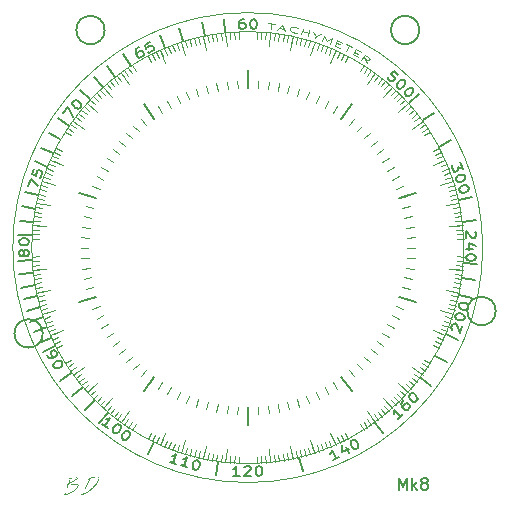
<source format=gbr>
%TF.GenerationSoftware,KiCad,Pcbnew,6.0.7-1.fc35*%
%TF.CreationDate,2022-12-05T16:38:58+01:00*%
%TF.ProjectId,Ring,52696e67-2e6b-4696-9361-645f70636258,rev?*%
%TF.SameCoordinates,Original*%
%TF.FileFunction,Legend,Top*%
%TF.FilePolarity,Positive*%
%FSLAX46Y46*%
G04 Gerber Fmt 4.6, Leading zero omitted, Abs format (unit mm)*
G04 Created by KiCad (PCBNEW 6.0.7-1.fc35) date 2022-12-05 16:38:58*
%MOMM*%
%LPD*%
G01*
G04 APERTURE LIST*
%ADD10C,0.120000*%
%ADD11C,0.200000*%
%ADD12C,0.150000*%
%ADD13C,0.125000*%
G04 APERTURE END LIST*
D10*
X150374094Y-113373957D02*
X150398053Y-112802309D01*
X140701649Y-80081181D02*
X141028183Y-80551002D01*
X138588017Y-90130319D02*
X137983662Y-89891038D01*
D11*
X165660000Y-76680000D02*
G75*
G03*
X165660000Y-76680000I-1200000J0D01*
G01*
D10*
X161890592Y-80303079D02*
X161554291Y-80765958D01*
X161261531Y-110334129D02*
X160944908Y-109857573D01*
X168534824Y-100751921D02*
X167990677Y-100575117D01*
X143204899Y-84178271D02*
X142822839Y-83652410D01*
X156426392Y-77590626D02*
X156261022Y-78138356D01*
X165936921Y-84349408D02*
X165474042Y-84685709D01*
X164613361Y-94252328D02*
X165262078Y-94211514D01*
X152831999Y-81706452D02*
X152913466Y-81061577D01*
X133997112Y-101475383D02*
X134533378Y-101275948D01*
X148089800Y-113133868D02*
X148185217Y-112569730D01*
X132950195Y-97011826D02*
X133519211Y-96952020D01*
X148610352Y-81839122D02*
X148488554Y-81200635D01*
X153432345Y-76954222D02*
X153360636Y-77521860D01*
X145853608Y-112609374D02*
X146018978Y-112061644D01*
X164472836Y-107620367D02*
X164055757Y-107228703D01*
X165936921Y-84349408D02*
X165011162Y-85022011D01*
X163091063Y-108945440D02*
X162717208Y-108512325D01*
X168649374Y-100386392D02*
X168101644Y-100221022D01*
X136121181Y-105538351D02*
X136591002Y-105211817D01*
X133249680Y-98902705D02*
X133809327Y-98783748D01*
X133745176Y-100751921D02*
X134289323Y-100575117D01*
X140081882Y-109668532D02*
X140427803Y-109212797D01*
X143007623Y-111482568D02*
X143262021Y-110970087D01*
X145488079Y-77705176D02*
X145841687Y-78793471D01*
X168145612Y-101832998D02*
X167613640Y-101622376D01*
X164533548Y-93408001D02*
X165178423Y-93326534D01*
X132866043Y-95865906D02*
X133437691Y-95841947D01*
X168855386Y-99648538D02*
X168301211Y-99506250D01*
X151987672Y-81626639D02*
X152028486Y-80977922D01*
X149228174Y-76910195D02*
X149287980Y-77479211D01*
X169030320Y-91297295D02*
X167911025Y-91535209D01*
X137666639Y-94252328D02*
X137017922Y-94211514D01*
X138343158Y-108167705D02*
X138743470Y-107758919D01*
X138901601Y-108692119D02*
X139667288Y-107841738D01*
X161578351Y-110118819D02*
X161251817Y-109648998D01*
X148468141Y-77006209D02*
X148551722Y-77572221D01*
X154497313Y-82024127D02*
X154658961Y-81394548D01*
X153432345Y-113245778D02*
X153360636Y-112678140D01*
X163979263Y-99271729D02*
X164597450Y-99472590D01*
X162798485Y-81007313D02*
X162433783Y-81448162D01*
X156888020Y-82884835D02*
X157164777Y-82296697D01*
X133333242Y-90923463D02*
X133890275Y-91054114D01*
X169030320Y-98902705D02*
X168470673Y-98783748D01*
X163378399Y-108692119D02*
X162995556Y-108266929D01*
X138064127Y-91742687D02*
X137434548Y-91581039D01*
X156426392Y-112609374D02*
X156261022Y-112061644D01*
X151905906Y-76826043D02*
X151881947Y-77397691D01*
X169413957Y-95865906D02*
X168842309Y-95841947D01*
X168000877Y-88012340D02*
X167473433Y-88234057D01*
X140218271Y-87164899D02*
X139692410Y-86782839D01*
X138901601Y-108692119D02*
X139284444Y-108266929D01*
X137547881Y-107338399D02*
X137973071Y-106955556D01*
X169106034Y-91672796D02*
X168544018Y-91780006D01*
X162061729Y-103035101D02*
X162587590Y-103417161D01*
X140081882Y-80531468D02*
X140427803Y-80987203D01*
X137294560Y-107051063D02*
X137727675Y-106677208D01*
X161578351Y-80081181D02*
X161251817Y-80551002D01*
X145488079Y-112494824D02*
X145841687Y-111406529D01*
X168756243Y-90181456D02*
X168205170Y-90335318D01*
X147337295Y-112990320D02*
X147456252Y-112430673D01*
X140389408Y-80303079D02*
X140725709Y-80765958D01*
X165473753Y-106460793D02*
X165025363Y-106105403D01*
X156791921Y-77705176D02*
X156438313Y-78793471D01*
X168282888Y-88724617D02*
X167746622Y-88924052D01*
X141298924Y-104341386D02*
X140825094Y-104786342D01*
X163691983Y-100069681D02*
X164296338Y-100308962D01*
X138924835Y-89351980D02*
X138336697Y-89075223D01*
X149228174Y-113289805D02*
X149347786Y-112151773D01*
X169030320Y-98902705D02*
X167911025Y-98664791D01*
X147337295Y-112990320D02*
X147575209Y-111871025D01*
X137047313Y-106758485D02*
X137488162Y-106393783D01*
X132914146Y-96630468D02*
X133484289Y-96582592D01*
D11*
X151140000Y-108600000D02*
X151140000Y-110100000D01*
D10*
X160381386Y-104941076D02*
X160826342Y-105414906D01*
X137807164Y-107620367D02*
X138224243Y-107228703D01*
X132950195Y-93188174D02*
X134088227Y-93307786D01*
X163979263Y-90928271D02*
X164597450Y-90727410D01*
D11*
X163979263Y-99271729D02*
X165405848Y-99735254D01*
D10*
X160940272Y-110542758D02*
X160633699Y-110059676D01*
X137879122Y-92570352D02*
X137240635Y-92448554D01*
X149448001Y-108493548D02*
X149366534Y-109138423D01*
X168946758Y-90923463D02*
X168389725Y-91054114D01*
X164400878Y-97629648D02*
X165039365Y-97751446D01*
X165708532Y-84041882D02*
X165252797Y-84387803D01*
X156109681Y-82548017D02*
X156348962Y-81943662D01*
X154942705Y-112990320D02*
X154704791Y-111871025D01*
X162500793Y-109433753D02*
X162145403Y-108985363D01*
X138901601Y-81507881D02*
X139284444Y-81933071D01*
X141018469Y-110334129D02*
X141335092Y-109857573D01*
X143906338Y-106498427D02*
X143558051Y-107047240D01*
X134134388Y-101832998D02*
X134666360Y-101622376D01*
X144052340Y-111960877D02*
X144274057Y-111433433D01*
X152288439Y-113353909D02*
X152252513Y-112782888D01*
X155316537Y-77293242D02*
X155185886Y-77850275D01*
X159613684Y-78891337D02*
X159348609Y-79398378D01*
X162970140Y-101603675D02*
X163539739Y-101916815D01*
X164732119Y-82861601D02*
X164306929Y-83244444D01*
X143204899Y-106021729D02*
X142822839Y-106547590D01*
X163378399Y-81507881D02*
X162612712Y-82358262D01*
X141898614Y-104941076D02*
X141453658Y-105414906D01*
X155688538Y-77384614D02*
X155546250Y-77938789D01*
X149228174Y-76910195D02*
X149347786Y-78048227D01*
X153051826Y-76910195D02*
X152932214Y-78048227D01*
X157643675Y-106930140D02*
X157956815Y-107499739D01*
X158579213Y-78391254D02*
X158113784Y-79436625D01*
D11*
X159075101Y-84178271D02*
X159956779Y-82964746D01*
D10*
X143352497Y-78550713D02*
X143596107Y-79068410D01*
X165936921Y-105850592D02*
X165011162Y-105177989D01*
X159745224Y-105501929D02*
X160159550Y-106002763D01*
X137547881Y-82861601D02*
X137973071Y-83244444D01*
X148610352Y-108360878D02*
X148488554Y-108999365D01*
X164732119Y-82861601D02*
X163881738Y-83627288D01*
X164215873Y-98457313D02*
X164845452Y-98618961D01*
X168282888Y-101475383D02*
X167746622Y-101275948D01*
X132994222Y-97392345D02*
X133561860Y-97320636D01*
X144636325Y-106930140D02*
X144323185Y-107499739D01*
X169393909Y-96248439D02*
X168822888Y-96212513D01*
X164732119Y-107338399D02*
X163881738Y-106572712D01*
X134931337Y-86626316D02*
X135438378Y-86891391D01*
X160940272Y-79657242D02*
X160633699Y-80140324D01*
X143700787Y-78391254D02*
X144166216Y-79436625D01*
X144407002Y-78094388D02*
X144617624Y-78626360D01*
X140738071Y-103705224D02*
X140237237Y-104119550D01*
X164472836Y-82579633D02*
X164055757Y-82971297D01*
X138300737Y-99271729D02*
X137682550Y-99472590D01*
X154567204Y-77133966D02*
X154459994Y-77695982D01*
X150292328Y-108573361D02*
X150251514Y-109222078D01*
X135905871Y-84978469D02*
X136382427Y-85295092D01*
X140389408Y-109896921D02*
X140725709Y-109434042D01*
D11*
X138300737Y-90928271D02*
X136874152Y-90464746D01*
D10*
X138619633Y-81767164D02*
X139011297Y-82184243D01*
X148847655Y-113245778D02*
X148919364Y-112678140D01*
X169329805Y-97011826D02*
X168760789Y-96952020D01*
X143352497Y-111649287D02*
X143596107Y-111131590D01*
X166374129Y-105221531D02*
X165897573Y-104904908D01*
X136343079Y-84349408D02*
X137268838Y-85022011D01*
X158227660Y-78239123D02*
X158005943Y-78766567D01*
D11*
X172130000Y-100470000D02*
G75*
G03*
X172130000Y-100470000I-1200000J0D01*
G01*
D10*
X151905906Y-113373957D02*
X151881947Y-112802309D01*
X167689287Y-102887503D02*
X167171590Y-102643893D01*
X145125029Y-77827356D02*
X145313190Y-78367681D01*
X132950195Y-97011826D02*
X134088227Y-96892214D01*
X145488079Y-112494824D02*
X145664883Y-111950677D01*
X147337295Y-77209680D02*
X147456252Y-77769327D01*
X168534824Y-89448079D02*
X167990677Y-89624883D01*
X168946758Y-99276537D02*
X168389725Y-99145886D01*
X168412644Y-89085029D02*
X167872319Y-89273190D01*
X143700787Y-111808746D02*
X143933501Y-111286061D01*
X134757432Y-86967623D02*
X135269913Y-87222021D01*
X157515383Y-112242888D02*
X157315948Y-111706622D01*
X148089800Y-77066132D02*
X148185217Y-77630270D01*
X154567204Y-113066034D02*
X154459994Y-112504018D01*
X166582758Y-104900272D02*
X166099676Y-104593699D01*
X138072295Y-82303158D02*
X138481081Y-82703470D01*
X169173868Y-92049800D02*
X168609730Y-92145217D01*
X158373662Y-106498427D02*
X158721949Y-107047240D01*
X139741573Y-87866338D02*
X139192760Y-87518051D01*
X152670468Y-76874146D02*
X152622592Y-77444289D01*
X157515383Y-77957112D02*
X157315948Y-78493378D01*
X146963463Y-112906758D02*
X147094114Y-112349725D01*
X155688538Y-112815386D02*
X155546250Y-112261211D01*
X133630626Y-100386392D02*
X134178356Y-100221022D01*
X167848746Y-102539213D02*
X167326061Y-102306499D01*
X169329805Y-97011826D02*
X168191773Y-96892214D01*
X142666316Y-111308663D02*
X142931391Y-110801622D01*
X168145612Y-88367002D02*
X167613640Y-88577624D01*
X147782687Y-82024127D02*
X147621039Y-81394548D01*
X133106132Y-92049800D02*
X133670270Y-92145217D01*
X133046209Y-92428141D02*
X133612221Y-92511722D01*
X146968271Y-82260737D02*
X146767410Y-81642550D01*
X166158819Y-105538351D02*
X165688998Y-105211817D01*
X146221456Y-112716243D02*
X146375318Y-112165170D01*
X134431254Y-87660787D02*
X135476625Y-88126216D01*
X161890592Y-109896921D02*
X161217989Y-108971162D01*
X133630626Y-89813608D02*
X134178356Y-89978978D01*
X165936921Y-105850592D02*
X165474042Y-105514291D01*
X163660367Y-81767164D02*
X163268703Y-82184243D01*
X152831999Y-108493548D02*
X152913466Y-109138423D01*
X140738071Y-86494776D02*
X140237237Y-86080450D01*
X168534824Y-100751921D02*
X167446529Y-100398313D01*
X158579213Y-78391254D02*
X158346499Y-78913939D01*
X164207705Y-82303158D02*
X163798919Y-82703470D01*
X133249680Y-91297295D02*
X133809327Y-91416252D01*
X169430000Y-95100000D02*
G75*
G03*
X169430000Y-95100000I-18290000J0D01*
G01*
X160981076Y-104341386D02*
X161454906Y-104786342D01*
X162538427Y-102333662D02*
X163087240Y-102681949D01*
X166582758Y-85299728D02*
X166099676Y-85606301D01*
X169393909Y-93951561D02*
X168822888Y-93987487D01*
X151140000Y-108600000D02*
X151140000Y-109250000D01*
X133745176Y-89448079D02*
X134833471Y-89801687D01*
X139741573Y-102333662D02*
X139192760Y-102681949D01*
X153051826Y-113289805D02*
X152932214Y-112151773D01*
X147782687Y-108175873D02*
X147621039Y-108805452D01*
X136571468Y-106158118D02*
X137027203Y-105812197D01*
X149609532Y-76874146D02*
X149657408Y-77444289D01*
X165708532Y-106158118D02*
X165252797Y-105812197D01*
X132886091Y-96248439D02*
X133457112Y-96212513D01*
X164215873Y-91742687D02*
X164845452Y-91581039D01*
X135697242Y-104900272D02*
X136180324Y-104593699D01*
X163691983Y-90130319D02*
X164296338Y-89891038D01*
X146968271Y-107939263D02*
X146767410Y-108557450D01*
X132950195Y-93188174D02*
X133519211Y-93247980D01*
X156058544Y-112716243D02*
X155904682Y-112165170D01*
D11*
X143204899Y-84178271D02*
X142323221Y-82964746D01*
D10*
X139309860Y-101603675D02*
X138740261Y-101916815D01*
X168534824Y-89448079D02*
X167446529Y-89801687D01*
X134279123Y-88012340D02*
X134806567Y-88234057D01*
X165473753Y-83739207D02*
X165025363Y-84094597D01*
X158579213Y-111808746D02*
X158346499Y-111286061D01*
X153669648Y-81839122D02*
X153791446Y-81200635D01*
X139309860Y-88596325D02*
X138740261Y-88283185D01*
X167348663Y-86626316D02*
X166841622Y-86891391D01*
X164985440Y-83148937D02*
X164552325Y-83522792D01*
X161541929Y-103705224D02*
X162042763Y-104119550D01*
X143700787Y-111808746D02*
X144166216Y-110763375D01*
X136806247Y-83739207D02*
X137254637Y-84094597D01*
X136806247Y-106460793D02*
X137254637Y-106105403D01*
X169233791Y-97771859D02*
X168667779Y-97688278D01*
X167522568Y-86967623D02*
X167010087Y-87222021D01*
X155311729Y-82260737D02*
X155512590Y-81642550D01*
X158373662Y-83701573D02*
X158721949Y-83152760D01*
X162198118Y-80531468D02*
X161852197Y-80987203D01*
X161541929Y-86494776D02*
X162042763Y-86080450D01*
X163378399Y-108692119D02*
X162612712Y-107841738D01*
X165232687Y-83441515D02*
X164791838Y-83806217D01*
X160381386Y-85258924D02*
X160826342Y-84785094D01*
X168000877Y-102187660D02*
X167473433Y-101965943D01*
X169285778Y-97392345D02*
X168718140Y-97320636D01*
X133523757Y-90181456D02*
X134074830Y-90335318D01*
X137807164Y-82579633D02*
X138224243Y-82971297D01*
X158927503Y-78550713D02*
X158683893Y-79068410D01*
X134431254Y-87660787D02*
X134953939Y-87893501D01*
X163936842Y-108167705D02*
X163536530Y-107758919D01*
X159075101Y-84178271D02*
X159457161Y-83652410D01*
X153051826Y-76910195D02*
X152992020Y-77479211D01*
X140701649Y-110118819D02*
X141028183Y-109648998D01*
X134590713Y-102887503D02*
X135108410Y-102643893D01*
X156888020Y-107315165D02*
X157164777Y-107903303D01*
X137547881Y-107338399D02*
X138398262Y-106572712D01*
X154190200Y-113133868D02*
X154094783Y-112569730D01*
X154190200Y-77066132D02*
X154094783Y-77630270D01*
X155311729Y-107939263D02*
X155512590Y-108557450D01*
X152288439Y-76846091D02*
X152252513Y-77417112D01*
X164533548Y-96791999D02*
X165178423Y-96873466D01*
X154942705Y-77209680D02*
X154704791Y-78328975D01*
X160981076Y-85858614D02*
X161454906Y-85413658D01*
X142534776Y-105501929D02*
X142120450Y-106002763D01*
X133997112Y-88724617D02*
X134533378Y-88924052D01*
D11*
X138300737Y-99271729D02*
X136874152Y-99735254D01*
D10*
X169365854Y-96630468D02*
X168795711Y-96582592D01*
X132994222Y-92807655D02*
X133561860Y-92879364D01*
X153051826Y-113289805D02*
X152992020Y-112720789D01*
X144407002Y-112105612D02*
X144617624Y-111573640D01*
X168412644Y-101114971D02*
X167872319Y-100926810D01*
X133249680Y-91297295D02*
X134368975Y-91535209D01*
X144764617Y-77957112D02*
X144964052Y-78493378D01*
X133046209Y-97771859D02*
X133612221Y-97688278D01*
X164613361Y-95947672D02*
X165262078Y-95988486D01*
X153811859Y-113193791D02*
X153728278Y-112627779D01*
X159272377Y-111482568D02*
X159017979Y-110970087D01*
X167522568Y-103232377D02*
X167010087Y-102977979D01*
X164732119Y-107338399D02*
X164306929Y-106955556D01*
X133106132Y-98150200D02*
X133670270Y-98054783D01*
X162061729Y-87164899D02*
X162587590Y-86782839D01*
X137746452Y-96791999D02*
X137101577Y-96873466D01*
X138901601Y-81507881D02*
X139667288Y-82358262D01*
X145488079Y-77705176D02*
X145664883Y-78249323D01*
X140389408Y-109896921D02*
X141062011Y-108971162D01*
X166158819Y-84661649D02*
X165688998Y-84988183D01*
X146170319Y-82548017D02*
X145931038Y-81943662D01*
X150374094Y-76826043D02*
X150398053Y-77397691D01*
X148847655Y-76954222D02*
X148919364Y-77521860D01*
X134590713Y-87312497D02*
X135108410Y-87556107D01*
X149609532Y-113325854D02*
X149657408Y-112755711D01*
X154497313Y-108175873D02*
X154658961Y-108805452D01*
X154942705Y-77209680D02*
X154823748Y-77769327D01*
X139779207Y-109433753D02*
X140134597Y-108985363D01*
X137746452Y-93408001D02*
X137101577Y-93326534D01*
X156791921Y-112494824D02*
X156438313Y-111406529D01*
X142666316Y-78891337D02*
X142931391Y-79398378D01*
X132914146Y-93569532D02*
X133484289Y-93617408D01*
D11*
X133780000Y-102370000D02*
G75*
G03*
X133780000Y-102370000I-1200000J0D01*
G01*
D10*
X133867356Y-89085029D02*
X134407681Y-89273190D01*
X145125029Y-112372644D02*
X145313190Y-111832319D01*
X145391980Y-82884835D02*
X145115223Y-82296697D01*
X171030000Y-95100000D02*
G75*
G03*
X171030000Y-95100000I-19890000J0D01*
G01*
X140218271Y-103035101D02*
X139692410Y-103417161D01*
X144052340Y-78239123D02*
X144274057Y-78766567D01*
X139481515Y-81007313D02*
X139846217Y-81448162D01*
X146170319Y-107651983D02*
X145931038Y-108256338D01*
X167348663Y-103573684D02*
X166841622Y-103308609D01*
X139779207Y-80766247D02*
X140134597Y-81214637D01*
X163355165Y-89351980D02*
X163943303Y-89075223D01*
X169030320Y-91297295D02*
X168470673Y-91416252D01*
X168855386Y-90551462D02*
X168301211Y-90693750D01*
X136343079Y-84349408D02*
X136805958Y-84685709D01*
X138072295Y-107896842D02*
X138481081Y-107496530D01*
X157643675Y-83269860D02*
X157956815Y-82700261D01*
X167689287Y-87312497D02*
X167171590Y-87556107D01*
X146591462Y-112815386D02*
X146733750Y-112261211D01*
D11*
X139020000Y-76680000D02*
G75*
G03*
X139020000Y-76680000I-1200000J0D01*
G01*
D10*
X132866043Y-94334094D02*
X133437691Y-94358053D01*
X157154971Y-112372644D02*
X156966810Y-111832319D01*
X163378399Y-81507881D02*
X162995556Y-81933071D01*
X134431254Y-102539213D02*
X134953939Y-102306499D01*
X158579213Y-111808746D02*
X158113784Y-110763375D01*
X138619633Y-108432836D02*
X139011297Y-108015757D01*
X164207705Y-107896842D02*
X163798919Y-107496530D01*
X133745176Y-89448079D02*
X134289323Y-89624883D01*
X156109681Y-107651983D02*
X156348962Y-108256338D01*
X149448001Y-81706452D02*
X149366534Y-81061577D01*
X133867356Y-101114971D02*
X134407681Y-100926810D01*
X137640000Y-95100000D02*
X136990000Y-95100000D01*
X155316537Y-112906758D02*
X155185886Y-112349725D01*
X168649374Y-89813608D02*
X168101644Y-89978978D01*
X141298924Y-85858614D02*
X140825094Y-85413658D01*
X141898614Y-85258924D02*
X141453658Y-84785094D01*
X161890592Y-80303079D02*
X161217989Y-81228838D01*
X137547881Y-82861601D02*
X138398262Y-83627288D01*
X136343079Y-105850592D02*
X137268838Y-105177989D01*
X136571468Y-84041882D02*
X137027203Y-84387803D01*
X169106034Y-98527204D02*
X168544018Y-98419994D01*
X168756243Y-100018544D02*
X168205170Y-99864682D01*
X153811859Y-77006209D02*
X153728278Y-77572221D01*
X149991561Y-76846091D02*
X150027487Y-77417112D01*
X163660367Y-108432836D02*
X163268703Y-108015757D01*
X162538427Y-87866338D02*
X163087240Y-87518051D01*
X156791921Y-112494824D02*
X156615117Y-111950677D01*
X146591462Y-77384614D02*
X146733750Y-77938789D01*
X136343079Y-105850592D02*
X136805958Y-105514291D01*
X133424614Y-99648538D02*
X133978789Y-99506250D01*
X167848746Y-87660787D02*
X166803375Y-88126216D01*
X164640000Y-95100000D02*
X165290000Y-95100000D01*
X154942705Y-112990320D02*
X154823748Y-112430673D01*
X159613684Y-111308663D02*
X159348609Y-110801622D01*
X134757432Y-103232377D02*
X135269913Y-102977979D01*
X153669648Y-108360878D02*
X153791446Y-108999365D01*
X133173966Y-98527204D02*
X133735982Y-98419994D01*
X147712796Y-113066034D02*
X147820006Y-112504018D01*
X134134388Y-88367002D02*
X134666360Y-88577624D01*
X137879122Y-97629648D02*
X137240635Y-97751446D01*
X169329805Y-93188174D02*
X168760789Y-93247980D01*
D11*
X143204899Y-106021729D02*
X142323221Y-107235254D01*
D10*
X133523757Y-100018544D02*
X134074830Y-99864682D01*
X138343158Y-82032295D02*
X138743470Y-82441081D01*
D11*
X163979263Y-90928271D02*
X165405848Y-90464746D01*
D10*
X156791921Y-77705176D02*
X156615117Y-78249323D01*
X149991561Y-113353909D02*
X150027487Y-112782888D01*
X139188937Y-81254560D02*
X139562792Y-81687675D01*
X163355165Y-100848020D02*
X163943303Y-101124777D01*
X134931337Y-103573684D02*
X135438378Y-103308609D01*
X141339728Y-110542758D02*
X141646301Y-110059676D01*
X133173966Y-91672796D02*
X133735982Y-91780006D01*
X169173868Y-98150200D02*
X168609730Y-98054783D01*
X148468141Y-113193791D02*
X148551722Y-112627779D01*
X135905871Y-105221531D02*
X136382427Y-104904908D01*
X138300737Y-90928271D02*
X137682550Y-90727410D01*
X166374129Y-84978469D02*
X165897573Y-85295092D01*
X158927503Y-111649287D02*
X158683893Y-111131590D01*
X145853608Y-77590626D02*
X146018978Y-78138356D01*
X159272377Y-78717432D02*
X159017979Y-79229913D01*
X157872998Y-112105612D02*
X157662376Y-111573640D01*
D11*
X159075101Y-106021729D02*
X159956779Y-107235254D01*
D10*
X143007623Y-78717432D02*
X143262021Y-79229913D01*
X134431254Y-102539213D02*
X135476625Y-102073784D01*
X149228174Y-113289805D02*
X149287980Y-112720789D01*
X162500793Y-80766247D02*
X162145403Y-81214637D01*
X137047313Y-83441515D02*
X137488162Y-83806217D01*
X147712796Y-77133966D02*
X147820006Y-77695982D01*
X162970140Y-88596325D02*
X163539739Y-88283185D01*
X151987672Y-108573361D02*
X152028486Y-109222078D01*
X167848746Y-102539213D02*
X166803375Y-102073784D01*
X161261531Y-79865871D02*
X160944908Y-80342427D01*
X163936842Y-82032295D02*
X163536530Y-82441081D01*
X141018469Y-79865871D02*
X141335092Y-80342427D01*
X157154971Y-77827356D02*
X156966810Y-78367681D01*
X169413957Y-94334094D02*
X168842309Y-94358053D01*
X144764617Y-112242888D02*
X144964052Y-111706622D01*
X147337295Y-77209680D02*
X147575209Y-78328975D01*
X136121181Y-84661649D02*
X136591002Y-84988183D01*
X133249680Y-98902705D02*
X134368975Y-98664791D01*
X156058544Y-77483757D02*
X155904682Y-78034830D01*
X142534776Y-84698071D02*
X142120450Y-84197237D01*
X163091063Y-81254560D02*
X162717208Y-81687675D01*
X140389408Y-80303079D02*
X141062011Y-81228838D01*
X141339728Y-79657242D02*
X141646301Y-80140324D01*
X133333242Y-99276537D02*
X133890275Y-99145886D01*
D11*
X151140000Y-81600000D02*
X151140000Y-80100000D01*
D10*
X143906338Y-83701573D02*
X143558051Y-83152760D01*
X159745224Y-84698071D02*
X160159550Y-84197237D01*
X158227660Y-111960877D02*
X158005943Y-111433433D01*
X135697242Y-85299728D02*
X136180324Y-85606301D01*
X138588017Y-100069681D02*
X137983662Y-100308962D01*
X169329805Y-93188174D02*
X168191773Y-93307786D01*
X164985440Y-107051063D02*
X164552325Y-106677208D01*
X167848746Y-87660787D02*
X167326061Y-87893501D01*
X146221456Y-77483757D02*
X146375318Y-78034830D01*
X157872998Y-78094388D02*
X157662376Y-78626360D01*
X159075101Y-106021729D02*
X159457161Y-106547590D01*
X137666639Y-95947672D02*
X137017922Y-95988486D01*
X144636325Y-83269860D02*
X144323185Y-82700261D01*
X152670468Y-113325854D02*
X152622592Y-112755711D01*
X169365854Y-93569532D02*
X168795711Y-93617408D01*
X139481515Y-109192687D02*
X139846217Y-108751838D01*
X150292328Y-81626639D02*
X150251514Y-80977922D01*
X133745176Y-100751921D02*
X134833471Y-100398313D01*
X169285778Y-92807655D02*
X168718140Y-92879364D01*
X139188937Y-108945440D02*
X139562792Y-108512325D01*
X134279123Y-102187660D02*
X134806567Y-101965943D01*
X145391980Y-107315165D02*
X145115223Y-107903303D01*
X143700787Y-78391254D02*
X143933501Y-78913939D01*
X169233791Y-92428141D02*
X168667779Y-92511722D01*
X138924835Y-100848020D02*
X138336697Y-101124777D01*
X137294560Y-83148937D02*
X137727675Y-83522792D01*
X132886091Y-93951561D02*
X133457112Y-93987487D01*
X133424614Y-90551462D02*
X133978789Y-90693750D01*
X165232687Y-106758485D02*
X164791838Y-106393783D01*
X162798485Y-109192687D02*
X162433783Y-108751838D01*
X138064127Y-98457313D02*
X137434548Y-98618961D01*
X162198118Y-109668532D02*
X161852197Y-109212797D01*
X164400878Y-92570352D02*
X165039365Y-92448554D01*
X146963463Y-77293242D02*
X147094114Y-77850275D01*
X161890592Y-109896921D02*
X161554291Y-109434042D01*
D12*
X145647968Y-77619808D02*
X145306207Y-76529247D01*
X133128045Y-91794548D02*
X132004326Y-91586278D01*
X161910534Y-109911475D02*
X162582289Y-110836065D01*
X137150100Y-106924283D02*
X136277190Y-107661949D01*
X132954018Y-92945514D02*
X131819439Y-92808215D01*
D13*
X158608766Y-77760215D02*
X158913281Y-77895794D01*
X158937261Y-78193161D02*
X158502240Y-77999477D01*
X158705608Y-77542704D01*
X159140630Y-77736388D01*
D12*
X138184467Y-108045532D02*
X137376345Y-108853654D01*
X169412884Y-96377247D02*
X170553094Y-96454979D01*
X155520064Y-112889572D02*
X155792674Y-113999440D01*
X148645306Y-113247244D02*
X148490203Y-114379527D01*
X133099211Y-98291930D02*
X131973372Y-98488420D01*
X132847529Y-94076183D02*
X131706567Y-94010395D01*
X133794468Y-101015772D02*
X132713616Y-101387095D01*
X133524523Y-100147797D02*
X132425390Y-100460893D01*
X168997292Y-91030328D02*
X170111305Y-90775185D01*
X134104430Y-101848607D02*
X133041829Y-102269321D01*
X145098499Y-113429988D02*
X144550095Y-113269415D01*
X144824297Y-113349701D02*
X145049098Y-112581936D01*
X144925583Y-112664854D01*
X144812773Y-112711213D01*
X144710667Y-112721011D01*
X146012506Y-113697608D02*
X145464102Y-113537036D01*
X145738304Y-113617322D02*
X145963105Y-112849556D01*
X145839590Y-112932475D01*
X145726779Y-112978834D01*
X145624674Y-112988632D01*
X146831412Y-113103796D02*
X146922812Y-113130558D01*
X147003508Y-113193880D01*
X147038504Y-113243822D01*
X147062794Y-113330323D01*
X147065675Y-113489945D01*
X147012151Y-113672747D01*
X146923632Y-113805607D01*
X146856522Y-113865346D01*
X146800116Y-113888526D01*
X146698011Y-113898324D01*
X146606610Y-113871562D01*
X146525914Y-113808239D01*
X146490919Y-113758298D01*
X146466628Y-113671797D01*
X146463747Y-113512174D01*
X146517271Y-113329373D01*
X146605791Y-113196513D01*
X146672901Y-113136773D01*
X146729306Y-113113594D01*
X146831412Y-113103796D01*
X132944405Y-97217753D02*
X131809122Y-97349110D01*
D13*
X153761799Y-76535061D02*
X154232127Y-76609553D01*
X153645386Y-76661260D02*
X154052833Y-76219561D01*
X154303845Y-76765550D01*
X155295632Y-76899022D02*
X155244104Y-76912411D01*
X155099418Y-76905999D01*
X155006261Y-76886197D01*
X154871476Y-76833207D01*
X154788220Y-76766827D01*
X154751542Y-76710348D01*
X154724764Y-76607290D01*
X154739615Y-76537423D01*
X154805995Y-76454166D01*
X154862474Y-76417489D01*
X154965531Y-76390711D01*
X155110217Y-76397124D01*
X155203374Y-76416925D01*
X155338159Y-76469916D01*
X155379787Y-76503105D01*
X159459733Y-77896322D02*
X159968880Y-78155745D01*
X159487311Y-78471537D02*
X159714306Y-78026033D01*
D12*
X137788208Y-82560286D02*
X136955101Y-81777947D01*
X139905255Y-80626668D02*
X139204790Y-79723634D01*
X132553190Y-89904524D02*
X132759201Y-89270486D01*
X133387610Y-89925295D01*
X133024073Y-88455295D02*
X132876922Y-88908179D01*
X133224514Y-89071188D01*
X133202998Y-89014127D01*
X133196198Y-88911778D01*
X133269773Y-88685336D01*
X133335434Y-88606532D01*
X133386380Y-88573015D01*
X133473556Y-88551271D01*
X133654710Y-88610131D01*
X133712456Y-88678964D01*
X133733972Y-88736024D01*
X133740773Y-88838373D01*
X133667197Y-89064815D01*
X133601536Y-89143620D01*
X133550590Y-89177136D01*
X135284358Y-85934285D02*
X134294615Y-85362857D01*
X169139345Y-87891834D02*
X169330642Y-88480583D01*
X168937790Y-88257741D01*
X168981935Y-88393606D01*
X168975135Y-88495955D01*
X168953619Y-88553015D01*
X168895873Y-88621848D01*
X168714719Y-88680708D01*
X168627543Y-88658964D01*
X168576597Y-88625448D01*
X168510936Y-88546643D01*
X168422645Y-88274912D01*
X168429446Y-88172564D01*
X168450962Y-88115503D01*
X169521938Y-89069332D02*
X169551368Y-89159909D01*
X169544567Y-89262258D01*
X169523052Y-89319318D01*
X169465305Y-89388151D01*
X169335098Y-89480528D01*
X169153944Y-89539388D01*
X168994306Y-89541188D01*
X168907129Y-89519444D01*
X168856184Y-89485927D01*
X168790523Y-89407123D01*
X168761093Y-89316546D01*
X168767893Y-89214197D01*
X168789409Y-89157136D01*
X168847155Y-89088304D01*
X168977363Y-88995927D01*
X169158516Y-88937067D01*
X169318154Y-88935267D01*
X169405331Y-88957011D01*
X169456277Y-88990527D01*
X169521938Y-89069332D01*
X169816240Y-89975100D02*
X169845670Y-90065677D01*
X169838869Y-90168026D01*
X169817354Y-90225087D01*
X169759607Y-90293919D01*
X169629400Y-90386296D01*
X169448246Y-90445156D01*
X169288608Y-90446956D01*
X169201431Y-90425212D01*
X169150486Y-90391695D01*
X169084825Y-90312891D01*
X169055394Y-90222314D01*
X169062195Y-90119965D01*
X169083711Y-90062905D01*
X169141457Y-89994072D01*
X169271665Y-89901695D01*
X169452818Y-89842835D01*
X169612456Y-89841035D01*
X169699633Y-89862779D01*
X169750579Y-89896296D01*
X169816240Y-89975100D01*
D13*
X157457747Y-77611711D02*
X157636931Y-77144920D01*
X157820136Y-77597798D01*
X158259318Y-77383832D01*
X158080134Y-77850622D01*
D12*
X144160543Y-78160724D02*
X143723191Y-77104861D01*
X164294500Y-109217309D02*
X163890439Y-109621370D01*
X164092470Y-109419340D02*
X163526784Y-108853654D01*
X163540253Y-109001810D01*
X163526784Y-109123028D01*
X163486378Y-109217309D01*
X164334906Y-108045532D02*
X164200219Y-108180219D01*
X164159813Y-108274500D01*
X164153079Y-108335109D01*
X164166548Y-108483265D01*
X164240625Y-108624687D01*
X164456125Y-108840186D01*
X164543671Y-108860389D01*
X164604280Y-108853654D01*
X164698561Y-108813248D01*
X164833248Y-108678561D01*
X164873654Y-108584280D01*
X164880389Y-108523671D01*
X164860186Y-108436125D01*
X164725499Y-108301438D01*
X164637952Y-108281235D01*
X164577343Y-108287969D01*
X164483062Y-108328375D01*
X164348375Y-108463062D01*
X164307969Y-108557343D01*
X164301235Y-108617952D01*
X164321438Y-108705499D01*
X164839983Y-107540456D02*
X164907326Y-107473113D01*
X165001607Y-107432707D01*
X165062216Y-107425972D01*
X165149763Y-107446175D01*
X165291184Y-107520253D01*
X165425871Y-107654940D01*
X165499949Y-107796361D01*
X165520152Y-107883908D01*
X165513418Y-107944517D01*
X165473012Y-108038798D01*
X165405668Y-108106142D01*
X165311387Y-108146548D01*
X165250778Y-108153282D01*
X165163231Y-108133079D01*
X165021810Y-108059001D01*
X164887123Y-107924314D01*
X164813045Y-107782893D01*
X164792842Y-107695346D01*
X164799577Y-107634737D01*
X164839983Y-107540456D01*
X134808559Y-103421705D02*
X133792996Y-103945876D01*
D13*
X155675478Y-77044534D02*
X155804888Y-76561572D01*
X155743264Y-76791554D02*
X156295222Y-76939450D01*
X156227436Y-77192431D02*
X156356845Y-76709468D01*
X152864471Y-76067825D02*
X153432770Y-76127555D01*
X153096356Y-76594951D02*
X153148620Y-76097690D01*
D12*
X134143247Y-104213602D02*
X134238486Y-104378559D01*
X134319096Y-104441990D01*
X134375897Y-104464182D01*
X134522490Y-104489517D01*
X134678266Y-104454566D01*
X134942197Y-104302185D01*
X134984371Y-104222851D01*
X134993553Y-104162564D01*
X134978925Y-104061037D01*
X134883687Y-103896080D01*
X134803076Y-103832649D01*
X134746275Y-103810458D01*
X134656483Y-103807313D01*
X134491526Y-103902552D01*
X134449352Y-103981886D01*
X134440170Y-104042173D01*
X134454798Y-104143699D01*
X134550036Y-104308656D01*
X134630647Y-104372087D01*
X134687448Y-104394279D01*
X134777240Y-104397423D01*
X135383687Y-104762106D02*
X135431306Y-104844584D01*
X135445933Y-104946110D01*
X135436752Y-105006397D01*
X135394578Y-105085732D01*
X135286422Y-105203162D01*
X135121465Y-105298400D01*
X134965689Y-105333351D01*
X134875897Y-105330207D01*
X134819096Y-105308015D01*
X134738486Y-105244584D01*
X134690866Y-105162106D01*
X134676239Y-105060579D01*
X134685421Y-105000292D01*
X134727594Y-104920958D01*
X134835750Y-104803528D01*
X135000708Y-104708290D01*
X135156483Y-104673339D01*
X135246275Y-104676483D01*
X135303076Y-104698675D01*
X135383687Y-104762106D01*
X132847529Y-96133816D02*
X131706567Y-96199604D01*
X163869204Y-80491680D02*
X163522077Y-80165705D01*
X163226584Y-80410810D01*
X163287375Y-80415637D01*
X163382878Y-80453062D01*
X163556442Y-80616049D01*
X163599790Y-80709014D01*
X163608425Y-80769382D01*
X163590981Y-80857520D01*
X163460591Y-80996371D01*
X163373723Y-81019314D01*
X163312932Y-81014487D01*
X163217428Y-80977062D01*
X163043864Y-80814075D01*
X163000517Y-80721109D01*
X162991882Y-80660742D01*
X164355184Y-80948044D02*
X164424609Y-81013239D01*
X164467957Y-81106204D01*
X164476592Y-81166572D01*
X164459148Y-81254710D01*
X164389549Y-81398389D01*
X164259159Y-81537240D01*
X164120135Y-81615723D01*
X164033266Y-81638666D01*
X163972475Y-81633839D01*
X163876971Y-81596414D01*
X163807546Y-81531219D01*
X163764198Y-81438254D01*
X163755563Y-81377886D01*
X163773007Y-81289748D01*
X163842606Y-81146070D01*
X163972996Y-81007219D01*
X164112020Y-80928735D01*
X164198889Y-80905792D01*
X164259680Y-80910620D01*
X164355184Y-80948044D01*
X165049439Y-81599994D02*
X165118865Y-81665189D01*
X165162213Y-81758154D01*
X165170847Y-81818522D01*
X165153404Y-81906660D01*
X165083805Y-82050338D01*
X164953415Y-82189189D01*
X164814390Y-82267673D01*
X164727522Y-82290616D01*
X164666731Y-82285789D01*
X164571227Y-82248364D01*
X164501802Y-82183169D01*
X164458454Y-82090204D01*
X164449819Y-82029836D01*
X164467262Y-81941698D01*
X164536862Y-81798020D01*
X164667252Y-81659168D01*
X164806276Y-81580685D01*
X164893145Y-81557742D01*
X164953936Y-81562569D01*
X165049439Y-81599994D01*
X134153211Y-88234449D02*
X133092827Y-87808177D01*
X169017146Y-99090313D02*
X170131425Y-99344289D01*
X150854285Y-75771904D02*
X150663809Y-75771904D01*
X150568571Y-75810000D01*
X150520952Y-75848095D01*
X150425714Y-75962380D01*
X150378095Y-76114761D01*
X150378095Y-76419523D01*
X150425714Y-76495714D01*
X150473333Y-76533809D01*
X150568571Y-76571904D01*
X150759047Y-76571904D01*
X150854285Y-76533809D01*
X150901904Y-76495714D01*
X150949523Y-76419523D01*
X150949523Y-76229047D01*
X150901904Y-76152857D01*
X150854285Y-76114761D01*
X150759047Y-76076666D01*
X150568571Y-76076666D01*
X150473333Y-76114761D01*
X150425714Y-76152857D01*
X150378095Y-76229047D01*
X151568571Y-75771904D02*
X151663809Y-75771904D01*
X151759047Y-75810000D01*
X151806666Y-75848095D01*
X151854285Y-75924285D01*
X151901904Y-76076666D01*
X151901904Y-76267142D01*
X151854285Y-76419523D01*
X151806666Y-76495714D01*
X151759047Y-76533809D01*
X151663809Y-76571904D01*
X151568571Y-76571904D01*
X151473333Y-76533809D01*
X151425714Y-76495714D01*
X151378095Y-76419523D01*
X151330476Y-76267142D01*
X151330476Y-76076666D01*
X151378095Y-75924285D01*
X151425714Y-75848095D01*
X151473333Y-75810000D01*
X151568571Y-75771904D01*
X158906654Y-112825519D02*
X158391926Y-113073684D01*
X158649290Y-112949602D02*
X158301860Y-112228982D01*
X158265705Y-112373289D01*
X158213005Y-112483280D01*
X158143762Y-112558956D01*
X159447126Y-111972860D02*
X159678746Y-112453272D01*
X159100302Y-111801740D02*
X159133996Y-112419870D01*
X159691618Y-112151025D01*
X159974726Y-111422447D02*
X160060514Y-111381087D01*
X160162846Y-111374041D01*
X160222285Y-111387676D01*
X160298267Y-111435626D01*
X160407338Y-111552206D01*
X160490060Y-111723782D01*
X160513343Y-111881724D01*
X160503538Y-111971034D01*
X160477188Y-112026030D01*
X160407944Y-112101706D01*
X160322156Y-112143067D01*
X160219824Y-112150112D01*
X160160386Y-112136477D01*
X160084403Y-112088527D01*
X159975332Y-111971947D01*
X159892610Y-111800371D01*
X159869327Y-111642430D01*
X159879133Y-111553119D01*
X159905482Y-111498123D01*
X159974726Y-111422447D01*
X169277792Y-97640781D02*
X170409078Y-97802996D01*
X132154761Y-95661428D02*
X132116666Y-95756666D01*
X132078571Y-95804285D01*
X132002380Y-95851904D01*
X131964285Y-95851904D01*
X131888095Y-95804285D01*
X131850000Y-95756666D01*
X131811904Y-95661428D01*
X131811904Y-95470952D01*
X131850000Y-95375714D01*
X131888095Y-95328095D01*
X131964285Y-95280476D01*
X132002380Y-95280476D01*
X132078571Y-95328095D01*
X132116666Y-95375714D01*
X132154761Y-95470952D01*
X132154761Y-95661428D01*
X132192857Y-95756666D01*
X132230952Y-95804285D01*
X132307142Y-95851904D01*
X132459523Y-95851904D01*
X132535714Y-95804285D01*
X132573809Y-95756666D01*
X132611904Y-95661428D01*
X132611904Y-95470952D01*
X132573809Y-95375714D01*
X132535714Y-95328095D01*
X132459523Y-95280476D01*
X132307142Y-95280476D01*
X132230952Y-95328095D01*
X132192857Y-95375714D01*
X132154761Y-95470952D01*
X131811904Y-94661428D02*
X131811904Y-94566190D01*
X131850000Y-94470952D01*
X131888095Y-94423333D01*
X131964285Y-94375714D01*
X132116666Y-94328095D01*
X132307142Y-94328095D01*
X132459523Y-94375714D01*
X132535714Y-94423333D01*
X132573809Y-94470952D01*
X132611904Y-94566190D01*
X132611904Y-94661428D01*
X132573809Y-94756666D01*
X132535714Y-94804285D01*
X132459523Y-94851904D01*
X132307142Y-94899523D01*
X132116666Y-94899523D01*
X131964285Y-94851904D01*
X131888095Y-94804285D01*
X131850000Y-94756666D01*
X131811904Y-94661428D01*
X150463333Y-114421904D02*
X149891904Y-114421904D01*
X150177619Y-114421904D02*
X150177619Y-113621904D01*
X150082380Y-113736190D01*
X149987142Y-113812380D01*
X149891904Y-113850476D01*
X150844285Y-113698095D02*
X150891904Y-113660000D01*
X150987142Y-113621904D01*
X151225238Y-113621904D01*
X151320476Y-113660000D01*
X151368095Y-113698095D01*
X151415714Y-113774285D01*
X151415714Y-113850476D01*
X151368095Y-113964761D01*
X150796666Y-114421904D01*
X151415714Y-114421904D01*
X152034761Y-113621904D02*
X152130000Y-113621904D01*
X152225238Y-113660000D01*
X152272857Y-113698095D01*
X152320476Y-113774285D01*
X152368095Y-113926666D01*
X152368095Y-114117142D01*
X152320476Y-114269523D01*
X152272857Y-114345714D01*
X152225238Y-114383809D01*
X152130000Y-114421904D01*
X152034761Y-114421904D01*
X151939523Y-114383809D01*
X151891904Y-114345714D01*
X151844285Y-114269523D01*
X151796666Y-114117142D01*
X151796666Y-113926666D01*
X151844285Y-113774285D01*
X151891904Y-113698095D01*
X151939523Y-113660000D01*
X152034761Y-113621904D01*
X170361904Y-93751904D02*
X170400000Y-93799523D01*
X170438095Y-93894761D01*
X170438095Y-94132857D01*
X170400000Y-94228095D01*
X170361904Y-94275714D01*
X170285714Y-94323333D01*
X170209523Y-94323333D01*
X170095238Y-94275714D01*
X169638095Y-93704285D01*
X169638095Y-94323333D01*
X170171428Y-95180476D02*
X169638095Y-95180476D01*
X170476190Y-94942380D02*
X169904761Y-94704285D01*
X169904761Y-95323333D01*
X170438095Y-95894761D02*
X170438095Y-95990000D01*
X170400000Y-96085238D01*
X170361904Y-96132857D01*
X170285714Y-96180476D01*
X170133333Y-96228095D01*
X169942857Y-96228095D01*
X169790476Y-96180476D01*
X169714285Y-96132857D01*
X169676190Y-96085238D01*
X169638095Y-95990000D01*
X169638095Y-95894761D01*
X169676190Y-95799523D01*
X169714285Y-95751904D01*
X169790476Y-95704285D01*
X169942857Y-95656666D01*
X170133333Y-95656666D01*
X170285714Y-95704285D01*
X170361904Y-95751904D01*
X170400000Y-95799523D01*
X170438095Y-95894761D01*
X143163573Y-111584085D02*
X142666166Y-112613021D01*
X135979879Y-84803309D02*
X135034644Y-84160928D01*
X139306720Y-109080750D02*
X138567228Y-109952113D01*
X167914440Y-102447347D02*
X168960912Y-102906715D01*
D13*
X161236396Y-79508278D02*
X161086515Y-79127048D01*
X160757156Y-79197055D02*
X161029475Y-78777720D01*
X161348969Y-78985201D01*
X161415874Y-79057040D01*
X161442843Y-79102944D01*
X161456845Y-79168816D01*
X161417942Y-79228721D01*
X161352070Y-79242722D01*
X161299166Y-79236755D01*
X161206325Y-79204853D01*
X160886831Y-78997372D01*
D12*
X134645914Y-87123573D02*
X133616978Y-86626166D01*
X149225703Y-76875128D02*
X149106242Y-75738531D01*
X138853036Y-81514910D02*
X138083879Y-80669618D01*
X167005641Y-104255714D02*
X167995384Y-104827142D01*
X133369633Y-90663129D02*
X132261208Y-90384712D01*
D13*
X156933678Y-77168677D02*
X156860103Y-77395119D01*
X156697592Y-76816586D02*
X156933678Y-77168677D01*
X157331630Y-77022597D01*
D12*
X134481519Y-102718337D02*
X133442392Y-103194087D01*
X141943831Y-78154128D02*
X141775030Y-78242375D01*
X141708279Y-78320259D01*
X141683728Y-78376081D01*
X141652276Y-78521484D01*
X141680673Y-78678587D01*
X141821868Y-78948668D01*
X141899367Y-78994126D01*
X141959217Y-79005825D01*
X142061266Y-78995461D01*
X142230067Y-78907215D01*
X142296818Y-78829331D01*
X142321369Y-78773509D01*
X142328270Y-78683927D01*
X142240024Y-78515126D01*
X142162525Y-78469668D01*
X142102675Y-78457969D01*
X142000625Y-78468333D01*
X141831825Y-78556580D01*
X141765074Y-78634463D01*
X141740523Y-78690285D01*
X141733621Y-78779867D01*
X142830034Y-77690832D02*
X142408033Y-77911449D01*
X142542326Y-78271112D01*
X142566877Y-78215291D01*
X142633628Y-78137407D01*
X142844629Y-78027098D01*
X142946678Y-78016735D01*
X143006528Y-78028434D01*
X143084027Y-78073892D01*
X143172274Y-78242693D01*
X143165372Y-78332275D01*
X143140822Y-78388097D01*
X143074071Y-78465980D01*
X142863070Y-78576289D01*
X142761020Y-78586652D01*
X142701170Y-78574954D01*
X135533833Y-83742296D02*
X135947932Y-83219834D01*
X136308680Y-84052621D01*
X136302873Y-82772009D02*
X136362030Y-82697372D01*
X136451042Y-82646397D01*
X136510476Y-82632741D01*
X136599764Y-82642748D01*
X136748762Y-82700080D01*
X136898037Y-82818394D01*
X136987879Y-82950364D01*
X137018010Y-83035008D01*
X137018287Y-83095989D01*
X136988985Y-83194290D01*
X136929828Y-83268927D01*
X136840816Y-83319902D01*
X136781383Y-83333558D01*
X136692094Y-83323551D01*
X136543096Y-83266219D01*
X136393821Y-83147905D01*
X136303979Y-83015935D01*
X136273848Y-82931291D01*
X136273571Y-82870309D01*
X136302873Y-82772009D01*
X165951475Y-84339465D02*
X166876065Y-83667710D01*
X164752880Y-82850596D02*
X165602188Y-82085875D01*
X169326060Y-92916168D02*
X170460495Y-92777680D01*
X147504241Y-77146170D02*
X147278347Y-76025860D01*
X133282707Y-99159671D02*
X132168694Y-99414814D01*
X136204265Y-105708568D02*
X135269237Y-106365716D01*
X165773331Y-106114744D02*
X166676365Y-106815209D01*
X141213196Y-79697777D02*
X140595779Y-78736051D01*
D13*
X160172280Y-78521927D02*
X160460955Y-78688594D01*
X160453720Y-78986839D02*
X160041327Y-78748743D01*
X160291327Y-78315731D01*
X160703720Y-78553826D01*
D11*
X163915714Y-115622380D02*
X163915714Y-114622380D01*
X164249047Y-115336666D01*
X164582380Y-114622380D01*
X164582380Y-115622380D01*
X165058571Y-115622380D02*
X165058571Y-114622380D01*
X165153809Y-115241428D02*
X165439523Y-115622380D01*
X165439523Y-114955714D02*
X165058571Y-115336666D01*
X166010952Y-115050952D02*
X165915714Y-115003333D01*
X165868095Y-114955714D01*
X165820476Y-114860476D01*
X165820476Y-114812857D01*
X165868095Y-114717619D01*
X165915714Y-114670000D01*
X166010952Y-114622380D01*
X166201428Y-114622380D01*
X166296666Y-114670000D01*
X166344285Y-114717619D01*
X166391904Y-114812857D01*
X166391904Y-114860476D01*
X166344285Y-114955714D01*
X166296666Y-115003333D01*
X166201428Y-115050952D01*
X166010952Y-115050952D01*
X165915714Y-115098571D01*
X165868095Y-115146190D01*
X165820476Y-115241428D01*
X165820476Y-115431904D01*
X165868095Y-115527142D01*
X165915714Y-115574761D01*
X166010952Y-115622380D01*
X166201428Y-115622380D01*
X166296666Y-115574761D01*
X166344285Y-115527142D01*
X166391904Y-115431904D01*
X166391904Y-115241428D01*
X166344285Y-115146190D01*
X166296666Y-115098571D01*
X166201428Y-115050952D01*
D12*
X168413215Y-102045663D02*
X168391700Y-101988603D01*
X168384899Y-101886254D01*
X168458474Y-101659812D01*
X168524135Y-101581007D01*
X168575081Y-101547491D01*
X168662258Y-101525747D01*
X168734719Y-101549291D01*
X168828696Y-101629895D01*
X169086884Y-102314621D01*
X169278180Y-101725872D01*
X168708631Y-100889909D02*
X168738061Y-100799332D01*
X168803722Y-100720527D01*
X168854668Y-100687011D01*
X168941845Y-100665267D01*
X169101483Y-100667067D01*
X169282636Y-100725927D01*
X169412844Y-100818304D01*
X169470590Y-100887136D01*
X169492106Y-100944197D01*
X169498906Y-101046546D01*
X169469476Y-101137123D01*
X169403815Y-101215927D01*
X169352870Y-101249444D01*
X169265693Y-101271188D01*
X169106055Y-101269388D01*
X168924901Y-101210528D01*
X168794694Y-101118151D01*
X168736947Y-101049318D01*
X168715432Y-100992258D01*
X168708631Y-100889909D01*
X169002933Y-99984141D02*
X169032363Y-99893564D01*
X169098024Y-99814759D01*
X169148970Y-99781243D01*
X169236146Y-99759499D01*
X169395784Y-99761299D01*
X169576938Y-99820159D01*
X169707146Y-99912536D01*
X169764892Y-99981368D01*
X169786408Y-100038429D01*
X169793208Y-100140778D01*
X169763778Y-100231355D01*
X169698117Y-100310159D01*
X169647171Y-100343676D01*
X169559995Y-100365420D01*
X169400357Y-100363620D01*
X169219203Y-100304760D01*
X169088995Y-100212383D01*
X169031249Y-100143550D01*
X169009734Y-100086490D01*
X169002933Y-99984141D01*
X167336505Y-86547901D02*
X168342859Y-86006262D01*
X139267933Y-110380930D02*
X138805637Y-110045052D01*
X139036785Y-110212991D02*
X139507013Y-109565778D01*
X139362788Y-109602257D01*
X139240955Y-109607917D01*
X139141514Y-109582757D01*
X140238981Y-110097583D02*
X140316030Y-110153563D01*
X140370687Y-110240362D01*
X140386820Y-110299171D01*
X140380561Y-110388801D01*
X140329519Y-110540069D01*
X140217559Y-110694168D01*
X140089468Y-110789457D01*
X140006159Y-110823106D01*
X139945243Y-110825936D01*
X139845802Y-110800776D01*
X139768753Y-110744797D01*
X139714095Y-110657998D01*
X139697962Y-110599188D01*
X139704221Y-110509559D01*
X139755264Y-110358290D01*
X139867223Y-110204192D01*
X139995315Y-110108903D01*
X140078623Y-110075253D01*
X140139540Y-110072423D01*
X140238981Y-110097583D01*
X141009473Y-110657379D02*
X141086522Y-110713358D01*
X141141180Y-110800158D01*
X141157313Y-110858967D01*
X141151054Y-110948596D01*
X141100011Y-111099865D01*
X140988052Y-111253963D01*
X140859960Y-111349252D01*
X140776652Y-111382902D01*
X140715735Y-111385732D01*
X140616294Y-111360572D01*
X140539245Y-111304592D01*
X140484588Y-111217793D01*
X140468455Y-111158984D01*
X140474714Y-111069354D01*
X140525756Y-110918086D01*
X140637716Y-110763987D01*
X140765807Y-110668698D01*
X140849116Y-110635049D01*
X140910032Y-110632219D01*
X141009473Y-110657379D01*
%TO.C,G\u002A\u002A\u002A*%
G36*
X135817362Y-115546682D02*
G01*
X135817482Y-115529816D01*
X135817788Y-115509138D01*
X135818453Y-115494918D01*
X135819776Y-115485448D01*
X135822056Y-115479024D01*
X135825595Y-115473938D01*
X135827710Y-115471598D01*
X135833929Y-115463732D01*
X135834440Y-115458224D01*
X135832444Y-115455102D01*
X135829453Y-115447304D01*
X135831376Y-115435595D01*
X135835766Y-115418491D01*
X135840295Y-115397162D01*
X135844187Y-115375494D01*
X135846271Y-115360947D01*
X135850071Y-115332167D01*
X135853669Y-115310984D01*
X135857027Y-115297617D01*
X135858804Y-115293600D01*
X135861344Y-115286390D01*
X135863891Y-115274066D01*
X135865445Y-115262988D01*
X135867891Y-115245436D01*
X135871112Y-115227566D01*
X135872997Y-115219062D01*
X135875553Y-115205997D01*
X135874932Y-115196134D01*
X135870685Y-115184978D01*
X135869295Y-115182059D01*
X135864192Y-115170115D01*
X135861157Y-115160295D01*
X135860789Y-115157509D01*
X135863573Y-115150365D01*
X135870910Y-115139708D01*
X135881282Y-115127478D01*
X135893170Y-115115620D01*
X135894468Y-115114454D01*
X135900132Y-115107380D01*
X135901612Y-115102897D01*
X135904754Y-115098079D01*
X135906715Y-115097672D01*
X135910935Y-115094324D01*
X135917087Y-115085866D01*
X135923814Y-115074658D01*
X135929761Y-115063064D01*
X135933572Y-115053446D01*
X135934271Y-115049658D01*
X135936877Y-115044963D01*
X135938353Y-115044621D01*
X135941910Y-115041288D01*
X135942435Y-115038095D01*
X135944103Y-115030672D01*
X135948141Y-115019698D01*
X135953104Y-115008617D01*
X135957546Y-115000873D01*
X135958552Y-114999723D01*
X135964487Y-114991288D01*
X135969341Y-114979717D01*
X135971011Y-114971004D01*
X135972870Y-114961291D01*
X135976916Y-114951166D01*
X135980421Y-114939962D01*
X135980355Y-114930322D01*
X135979644Y-114923767D01*
X135982615Y-114923815D01*
X135986629Y-114923327D01*
X135987536Y-114919351D01*
X135989535Y-114911045D01*
X135994216Y-114899963D01*
X135995396Y-114897682D01*
X136007150Y-114875089D01*
X136014900Y-114858483D01*
X136019034Y-114846968D01*
X136019999Y-114840828D01*
X136021724Y-114832976D01*
X136026229Y-114820673D01*
X136031971Y-114807793D01*
X136038940Y-114790727D01*
X136044455Y-114772412D01*
X136046730Y-114760789D01*
X136048889Y-114748560D01*
X136051528Y-114740464D01*
X136053340Y-114738498D01*
X136057213Y-114735069D01*
X136061242Y-114726799D01*
X136061319Y-114726580D01*
X136066137Y-114717356D01*
X136071594Y-114712315D01*
X136075767Y-114707342D01*
X136074932Y-114700763D01*
X136073620Y-114694665D01*
X136075939Y-114695241D01*
X136077508Y-114696661D01*
X136085168Y-114700254D01*
X136096108Y-114701763D01*
X136096190Y-114701763D01*
X136108936Y-114705450D01*
X136119021Y-114715597D01*
X136126097Y-114730838D01*
X136129817Y-114749803D01*
X136129833Y-114771126D01*
X136125796Y-114793439D01*
X136122255Y-114804261D01*
X136117531Y-114818805D01*
X136114470Y-114832282D01*
X136113831Y-114838498D01*
X136112168Y-114851038D01*
X136107967Y-114859216D01*
X136103241Y-114861218D01*
X136100623Y-114864525D01*
X136098722Y-114873244D01*
X136098482Y-114875708D01*
X136096127Y-114886370D01*
X136090754Y-114902153D01*
X136083199Y-114920978D01*
X136074297Y-114940769D01*
X136064883Y-114959448D01*
X136064654Y-114959871D01*
X136061580Y-114969627D01*
X136060821Y-114977026D01*
X136059074Y-114988621D01*
X136056033Y-114997600D01*
X136053262Y-115007648D01*
X136056571Y-115012260D01*
X136065941Y-115011427D01*
X136078168Y-115006662D01*
X136089100Y-115000876D01*
X136096132Y-114995768D01*
X136097559Y-114993562D01*
X136100738Y-114988506D01*
X136108057Y-114982553D01*
X136116195Y-114978121D01*
X136120015Y-114977200D01*
X136127429Y-114975513D01*
X136137022Y-114971689D01*
X136145715Y-114967174D01*
X136150433Y-114963415D01*
X136150632Y-114962809D01*
X136154112Y-114959570D01*
X136162755Y-114955598D01*
X136165588Y-114954604D01*
X136177538Y-114949191D01*
X136191614Y-114940789D01*
X136199267Y-114935373D01*
X136211548Y-114926642D01*
X136222886Y-114919644D01*
X136228195Y-114917009D01*
X136250558Y-114907277D01*
X136265345Y-114898882D01*
X136272311Y-114892580D01*
X136279296Y-114886763D01*
X136283913Y-114885437D01*
X136292043Y-114882636D01*
X136303778Y-114875102D01*
X136317223Y-114864140D01*
X136323890Y-114857886D01*
X136333325Y-114851325D01*
X136342375Y-114848702D01*
X136350907Y-114846480D01*
X136362629Y-114840803D01*
X136369667Y-114836457D01*
X136380389Y-114829596D01*
X136388395Y-114825153D01*
X136391017Y-114824212D01*
X136395536Y-114821432D01*
X136402794Y-114814521D01*
X136404944Y-114812178D01*
X136415973Y-114803241D01*
X136429862Y-114796181D01*
X136433174Y-114795077D01*
X136451072Y-114787805D01*
X136469571Y-114775702D01*
X136482318Y-114765178D01*
X136491531Y-114760086D01*
X136497626Y-114758906D01*
X136504257Y-114757017D01*
X136505791Y-114754388D01*
X136508773Y-114751691D01*
X136512069Y-114752278D01*
X136518671Y-114751394D01*
X136520670Y-114748633D01*
X136525395Y-114743260D01*
X136527917Y-114742580D01*
X136533586Y-114739831D01*
X136541848Y-114732951D01*
X136544829Y-114729961D01*
X136555554Y-114720553D01*
X136568596Y-114711657D01*
X136581289Y-114704875D01*
X136590964Y-114701806D01*
X136591830Y-114701763D01*
X136597464Y-114699495D01*
X136607176Y-114693624D01*
X136616013Y-114687478D01*
X136627935Y-114679692D01*
X136638399Y-114674503D01*
X136643558Y-114673192D01*
X136651949Y-114670434D01*
X136661082Y-114663768D01*
X136661382Y-114663473D01*
X136670588Y-114656195D01*
X136679188Y-114652212D01*
X136679288Y-114652192D01*
X136685563Y-114649273D01*
X136686679Y-114646606D01*
X136688675Y-114641084D01*
X136694562Y-114633368D01*
X136694707Y-114633213D01*
X136700486Y-114625245D01*
X136700158Y-114618765D01*
X136699119Y-114616886D01*
X136696645Y-114614332D01*
X136692143Y-114612464D01*
X136684441Y-114611165D01*
X136672364Y-114610322D01*
X136654740Y-114609820D01*
X136630394Y-114609543D01*
X136623733Y-114609499D01*
X136590634Y-114609778D01*
X136558570Y-114610930D01*
X136530015Y-114612835D01*
X136509873Y-114615023D01*
X136453180Y-114622135D01*
X136395811Y-114627714D01*
X136346582Y-114631357D01*
X136327575Y-114632806D01*
X136311464Y-114634426D01*
X136300059Y-114636011D01*
X136295311Y-114637237D01*
X136288948Y-114639296D01*
X136277644Y-114641350D01*
X136270817Y-114642208D01*
X136257505Y-114643848D01*
X136239314Y-114646380D01*
X136219419Y-114649353D01*
X136211866Y-114650538D01*
X136191974Y-114653344D01*
X136172326Y-114655503D01*
X136156194Y-114656676D01*
X136151652Y-114656792D01*
X136138914Y-114657285D01*
X136132424Y-114659088D01*
X136130293Y-114662858D01*
X136130220Y-114664249D01*
X136128183Y-114675091D01*
X136121431Y-114680977D01*
X136109006Y-114682384D01*
X136096635Y-114680996D01*
X136074237Y-114677635D01*
X136057989Y-114675977D01*
X136046078Y-114675923D01*
X136036692Y-114677373D01*
X136035614Y-114677653D01*
X136026775Y-114678996D01*
X136022132Y-114678046D01*
X136016620Y-114676129D01*
X136006852Y-114675043D01*
X136006505Y-114675030D01*
X135993173Y-114671128D01*
X135979959Y-114661863D01*
X135969628Y-114649595D01*
X135965458Y-114639953D01*
X135964598Y-114634869D01*
X135965412Y-114630938D01*
X135968904Y-114627853D01*
X135976079Y-114625304D01*
X135987941Y-114622985D01*
X136005496Y-114620588D01*
X136029747Y-114617804D01*
X136042148Y-114616448D01*
X136059429Y-114614774D01*
X136073458Y-114613801D01*
X136082407Y-114613633D01*
X136084637Y-114614010D01*
X136088974Y-114613641D01*
X136091208Y-114612159D01*
X136097147Y-114610363D01*
X136109106Y-114608811D01*
X136124942Y-114607745D01*
X136132406Y-114607497D01*
X136149813Y-114606647D01*
X136164817Y-114605103D01*
X136175010Y-114603142D01*
X136177167Y-114602322D01*
X136184622Y-114600169D01*
X136198014Y-114597910D01*
X136215128Y-114595879D01*
X136226154Y-114594919D01*
X136244601Y-114593459D01*
X136268676Y-114591449D01*
X136295879Y-114589104D01*
X136323710Y-114586638D01*
X136338417Y-114585304D01*
X136363488Y-114583104D01*
X136387365Y-114581184D01*
X136408179Y-114579681D01*
X136424059Y-114578733D01*
X136431289Y-114578473D01*
X136443266Y-114577648D01*
X136451045Y-114575838D01*
X136452721Y-114574322D01*
X136456514Y-114572602D01*
X136466775Y-114571583D01*
X136481826Y-114571406D01*
X136486400Y-114571518D01*
X136503380Y-114571650D01*
X136518179Y-114571049D01*
X136528126Y-114569841D01*
X136529469Y-114569484D01*
X136538128Y-114567611D01*
X136552132Y-114566069D01*
X136572233Y-114564809D01*
X136599183Y-114563779D01*
X136624177Y-114563131D01*
X136648007Y-114563311D01*
X136672709Y-114564713D01*
X136696525Y-114567114D01*
X136717697Y-114570290D01*
X136734467Y-114574017D01*
X136745075Y-114578070D01*
X136745961Y-114578646D01*
X136755185Y-114584625D01*
X136767865Y-114592146D01*
X136774537Y-114595890D01*
X136788239Y-114605157D01*
X136794535Y-114614064D01*
X136795007Y-114616119D01*
X136794460Y-114630431D01*
X136789971Y-114645580D01*
X136782812Y-114658150D01*
X136777515Y-114663198D01*
X136769386Y-114670373D01*
X136760028Y-114681174D01*
X136756288Y-114686250D01*
X136745876Y-114698073D01*
X136733981Y-114707105D01*
X136730353Y-114708912D01*
X136719151Y-114714279D01*
X136710616Y-114719625D01*
X136709905Y-114720215D01*
X136702982Y-114724962D01*
X136691581Y-114731520D01*
X136682267Y-114736391D01*
X136671168Y-114742628D01*
X136664192Y-114747873D01*
X136662825Y-114750526D01*
X136660987Y-114754173D01*
X136653718Y-114758499D01*
X136652995Y-114758806D01*
X136643956Y-114763899D01*
X136639008Y-114769167D01*
X136633817Y-114772775D01*
X136628509Y-114772399D01*
X136621504Y-114772599D01*
X136620095Y-114775835D01*
X136616719Y-114780960D01*
X136608279Y-114786939D01*
X136604786Y-114788749D01*
X136584099Y-114798976D01*
X136565328Y-114808978D01*
X136550222Y-114817778D01*
X136540529Y-114824396D01*
X136539547Y-114825233D01*
X136529991Y-114831216D01*
X136521047Y-114834554D01*
X136511735Y-114838153D01*
X136506759Y-114842015D01*
X136501431Y-114846871D01*
X136492015Y-114853057D01*
X136489462Y-114854505D01*
X136479494Y-114860796D01*
X136472816Y-114866486D01*
X136472067Y-114867489D01*
X136467017Y-114872105D01*
X136457457Y-114878408D01*
X136445680Y-114885153D01*
X136433984Y-114891096D01*
X136424662Y-114894991D01*
X136420110Y-114895670D01*
X136415652Y-114897085D01*
X136408643Y-114902948D01*
X136407698Y-114903930D01*
X136399918Y-114910825D01*
X136393783Y-114913987D01*
X136393449Y-114914008D01*
X136387357Y-114916782D01*
X136381281Y-114922172D01*
X136372177Y-114928428D01*
X136364319Y-114930335D01*
X136356954Y-114931708D01*
X136354746Y-114934118D01*
X136351394Y-114938238D01*
X136343343Y-114943439D01*
X136333603Y-114948109D01*
X136325181Y-114950635D01*
X136323733Y-114950743D01*
X136317560Y-114953786D01*
X136312565Y-114959170D01*
X136305119Y-114965478D01*
X136293390Y-114971359D01*
X136288420Y-114973086D01*
X136275997Y-114978171D01*
X136260245Y-114986461D01*
X136244361Y-114996258D01*
X136242805Y-114997312D01*
X136229770Y-115006014D01*
X136219339Y-115012568D01*
X136213299Y-115015864D01*
X136212629Y-115016052D01*
X136207336Y-115018788D01*
X136199085Y-115025528D01*
X136190144Y-115034083D01*
X136182781Y-115042263D01*
X136179264Y-115047879D01*
X136179208Y-115048318D01*
X136176135Y-115051504D01*
X136171043Y-115050743D01*
X136164583Y-115050262D01*
X136162879Y-115052171D01*
X136159406Y-115055863D01*
X136150590Y-115060674D01*
X136144875Y-115063065D01*
X136130958Y-115070072D01*
X136118346Y-115079107D01*
X136115535Y-115081770D01*
X136103804Y-115090676D01*
X136093341Y-115093600D01*
X136082241Y-115096273D01*
X136073068Y-115101763D01*
X136065568Y-115107547D01*
X136060846Y-115109927D01*
X136056629Y-115112565D01*
X136048655Y-115119380D01*
X136041380Y-115126253D01*
X136031166Y-115135219D01*
X136022368Y-115141149D01*
X136018278Y-115142580D01*
X136012800Y-115145245D01*
X136012633Y-115151501D01*
X136017774Y-115158742D01*
X136018289Y-115159181D01*
X136025625Y-115162409D01*
X136032214Y-115159873D01*
X136038597Y-115157386D01*
X136041960Y-115161140D01*
X136042008Y-115161265D01*
X136044866Y-115164405D01*
X136051450Y-115165871D01*
X136063432Y-115165870D01*
X136074009Y-115165246D01*
X136094507Y-115163825D01*
X136116990Y-115162285D01*
X136132262Y-115161250D01*
X136149721Y-115159362D01*
X136166539Y-115156370D01*
X136177502Y-115153418D01*
X136199387Y-115149481D01*
X136210160Y-115150381D01*
X136223364Y-115151555D01*
X136234976Y-115150700D01*
X136236360Y-115150365D01*
X136247753Y-115148214D01*
X136260929Y-115147072D01*
X136261058Y-115147068D01*
X136271850Y-115145770D01*
X136279013Y-115143136D01*
X136279447Y-115142765D01*
X136285044Y-115140757D01*
X136296710Y-115138689D01*
X136312360Y-115136894D01*
X136320066Y-115136270D01*
X136336846Y-115134773D01*
X136350600Y-115132970D01*
X136359229Y-115131163D01*
X136360870Y-115130437D01*
X136366291Y-115129028D01*
X136378199Y-115127487D01*
X136394918Y-115125986D01*
X136414775Y-115124699D01*
X136418022Y-115124530D01*
X136454126Y-115122676D01*
X136482947Y-115121097D01*
X136505360Y-115119722D01*
X136522238Y-115118477D01*
X136534457Y-115117291D01*
X136542891Y-115116091D01*
X136548413Y-115114806D01*
X136551670Y-115113487D01*
X136561380Y-115111230D01*
X136570468Y-115111827D01*
X136578800Y-115112810D01*
X136593265Y-115113681D01*
X136611827Y-115114344D01*
X136632456Y-115114706D01*
X136632483Y-115114707D01*
X136652999Y-115115181D01*
X136671339Y-115116151D01*
X136685514Y-115117477D01*
X136693534Y-115119017D01*
X136693576Y-115119033D01*
X136705723Y-115122893D01*
X136713861Y-115124830D01*
X136723319Y-115127590D01*
X136728149Y-115130105D01*
X136734903Y-115133293D01*
X136745202Y-115136217D01*
X136756895Y-115140816D01*
X136765531Y-115147230D01*
X136774855Y-115154910D01*
X136785345Y-115160797D01*
X136803319Y-115172093D01*
X136817438Y-115187893D01*
X136825719Y-115205874D01*
X136826384Y-115208876D01*
X136828568Y-115223902D01*
X136829928Y-115239833D01*
X136830420Y-115254620D01*
X136829999Y-115266216D01*
X136828620Y-115272574D01*
X136827796Y-115273192D01*
X136825004Y-115276789D01*
X136822371Y-115285738D01*
X136821795Y-115288891D01*
X136816643Y-115303737D01*
X136807490Y-115317208D01*
X136800656Y-115326309D01*
X136797743Y-115333909D01*
X136797936Y-115335667D01*
X136796544Y-115341289D01*
X136791243Y-115343843D01*
X136784696Y-115347624D01*
X136784659Y-115355166D01*
X136783836Y-115361902D01*
X136780009Y-115373519D01*
X136774035Y-115388211D01*
X136766771Y-115404173D01*
X136759075Y-115419597D01*
X136751804Y-115432680D01*
X136745816Y-115441616D01*
X136742171Y-115444621D01*
X136737683Y-115447938D01*
X136735727Y-115451763D01*
X136731342Y-115459577D01*
X136723104Y-115470968D01*
X136712866Y-115483672D01*
X136702478Y-115495427D01*
X136693792Y-115503968D01*
X136691652Y-115505668D01*
X136679930Y-115515772D01*
X136665411Y-115531421D01*
X136647424Y-115553341D01*
X136646630Y-115554350D01*
X136637708Y-115565045D01*
X136630459Y-115572563D01*
X136626687Y-115575175D01*
X136620926Y-115578299D01*
X136613552Y-115585620D01*
X136607027Y-115594260D01*
X136603812Y-115601342D01*
X136603766Y-115601974D01*
X136600493Y-115607202D01*
X136597642Y-115607886D01*
X136590399Y-115610588D01*
X136583354Y-115616049D01*
X136576342Y-115622017D01*
X136571922Y-115624212D01*
X136567502Y-115626750D01*
X136558821Y-115633453D01*
X136547626Y-115642962D01*
X136545754Y-115644621D01*
X136534296Y-115654450D01*
X136525045Y-115661685D01*
X136519763Y-115664963D01*
X136519411Y-115665029D01*
X136514687Y-115667749D01*
X136507075Y-115674544D01*
X136504411Y-115677274D01*
X136495834Y-115685009D01*
X136488658Y-115689246D01*
X136487218Y-115689519D01*
X136480907Y-115692741D01*
X136477487Y-115697174D01*
X136471940Y-115703369D01*
X136461748Y-115711604D01*
X136451829Y-115718346D01*
X136436370Y-115728779D01*
X136419400Y-115741328D01*
X136409082Y-115749572D01*
X136394151Y-115760802D01*
X136378147Y-115770861D01*
X136363638Y-115778252D01*
X136354746Y-115781253D01*
X136347839Y-115784521D01*
X136340175Y-115790432D01*
X136334994Y-115796298D01*
X136334335Y-115798188D01*
X136330995Y-115803252D01*
X136327191Y-115805251D01*
X136322113Y-115807247D01*
X136315996Y-115810488D01*
X136306940Y-115816083D01*
X136293042Y-115825139D01*
X136292899Y-115825233D01*
X136283069Y-115830335D01*
X136275160Y-115832376D01*
X136268317Y-115834898D01*
X136258270Y-115841361D01*
X136251583Y-115846661D01*
X136241287Y-115854698D01*
X136232911Y-115859880D01*
X136229701Y-115860947D01*
X136223801Y-115862667D01*
X136212753Y-115867232D01*
X136198672Y-115873752D01*
X136194716Y-115875687D01*
X136178492Y-115883640D01*
X136163164Y-115891029D01*
X136151729Y-115896412D01*
X136150632Y-115896913D01*
X136139546Y-115902412D01*
X136131031Y-115907419D01*
X136130220Y-115907999D01*
X136121573Y-115913048D01*
X136108429Y-115919191D01*
X136093373Y-115925396D01*
X136078994Y-115930631D01*
X136067877Y-115933865D01*
X136064003Y-115934417D01*
X136054846Y-115936129D01*
X136043025Y-115940460D01*
X136031011Y-115946198D01*
X136021278Y-115952132D01*
X136016297Y-115957052D01*
X136016084Y-115957886D01*
X136012710Y-115962627D01*
X136010813Y-115962990D01*
X136005066Y-115965017D01*
X135994555Y-115970371D01*
X135981387Y-115977965D01*
X135979176Y-115979314D01*
X135964705Y-115987307D01*
X135951352Y-115993125D01*
X135941801Y-115995617D01*
X135941174Y-115995639D01*
X135933144Y-115996914D01*
X135932627Y-116000366D01*
X135932497Y-116003414D01*
X135926306Y-116002674D01*
X135915481Y-116002313D01*
X135906277Y-116004450D01*
X135891618Y-116009434D01*
X135873661Y-116014535D01*
X135855063Y-116019106D01*
X135838482Y-116022502D01*
X135826578Y-116024077D01*
X135825310Y-116024116D01*
X135815619Y-116025192D01*
X135810160Y-116027658D01*
X135810087Y-116027767D01*
X135805052Y-116030292D01*
X135794758Y-116032679D01*
X135788414Y-116033593D01*
X135773399Y-116035518D01*
X135755086Y-116038099D01*
X135742403Y-116040012D01*
X135709636Y-116044334D01*
X135683921Y-116045979D01*
X135665555Y-116044929D01*
X135662798Y-116044397D01*
X135652885Y-116042217D01*
X135637961Y-116038997D01*
X135621005Y-116035377D01*
X135618476Y-116034841D01*
X135590650Y-116026838D01*
X135567907Y-116016002D01*
X135566170Y-116014903D01*
X135554819Y-116007070D01*
X135549105Y-116001247D01*
X135547571Y-115995398D01*
X135548271Y-115989859D01*
X135553268Y-115976138D01*
X135561694Y-115963559D01*
X135571663Y-115954351D01*
X135581289Y-115950743D01*
X135581360Y-115950743D01*
X135588936Y-115949582D01*
X135591358Y-115947417D01*
X135594835Y-115943372D01*
X135603417Y-115938431D01*
X135614329Y-115933842D01*
X135624796Y-115930849D01*
X135629415Y-115930335D01*
X135642663Y-115927350D01*
X135661112Y-115918497D01*
X135684451Y-115903927D01*
X135685251Y-115903385D01*
X135699804Y-115895238D01*
X135717559Y-115887654D01*
X135728866Y-115883950D01*
X135747135Y-115877618D01*
X135766508Y-115868945D01*
X135776716Y-115863393D01*
X135791496Y-115855621D01*
X135806295Y-115849625D01*
X135815237Y-115847238D01*
X135826853Y-115844083D01*
X135835269Y-115839530D01*
X135836265Y-115838535D01*
X135845237Y-115833267D01*
X135856306Y-115833174D01*
X135864055Y-115837274D01*
X135868771Y-115846512D01*
X135866122Y-115855646D01*
X135857784Y-115862055D01*
X135846680Y-115868478D01*
X135839014Y-115874612D01*
X135828020Y-115880324D01*
X135821144Y-115880191D01*
X135812729Y-115880472D01*
X135806366Y-115886431D01*
X135804194Y-115889970D01*
X135798892Y-115897989D01*
X135794977Y-115901706D01*
X135794765Y-115901738D01*
X135790120Y-115904146D01*
X135782194Y-115910051D01*
X135780477Y-115911470D01*
X135769145Y-115918947D01*
X135754938Y-115925766D01*
X135750645Y-115927359D01*
X135735010Y-115934272D01*
X135727514Y-115941702D01*
X135728148Y-115949661D01*
X135731222Y-115953558D01*
X135740645Y-115958158D01*
X135755566Y-115960129D01*
X135773777Y-115959540D01*
X135793069Y-115956463D01*
X135811071Y-115951031D01*
X135824033Y-115946339D01*
X135834536Y-115943270D01*
X135838749Y-115942580D01*
X135845658Y-115940958D01*
X135857099Y-115936761D01*
X135867295Y-115932376D01*
X135880219Y-115926882D01*
X135890681Y-115923178D01*
X135895369Y-115922172D01*
X135902267Y-115919635D01*
X135903653Y-115918090D01*
X135909241Y-115915010D01*
X135916840Y-115914008D01*
X135927542Y-115911887D01*
X135933949Y-115908328D01*
X135940800Y-115904081D01*
X135952825Y-115898205D01*
X135967539Y-115891904D01*
X135968970Y-115891334D01*
X135983492Y-115885020D01*
X135995216Y-115878889D01*
X136001829Y-115874165D01*
X136002151Y-115873777D01*
X136009005Y-115869489D01*
X136020058Y-115866865D01*
X136022562Y-115866653D01*
X136036727Y-115864285D01*
X136049801Y-115859719D01*
X136050616Y-115859304D01*
X136060235Y-115854853D01*
X136066980Y-115852821D01*
X136067254Y-115852809D01*
X136072808Y-115850057D01*
X136080465Y-115843383D01*
X136081233Y-115842580D01*
X136088961Y-115835642D01*
X136094949Y-115832407D01*
X136095330Y-115832376D01*
X136103160Y-115830545D01*
X136115682Y-115825799D01*
X136130493Y-115819255D01*
X136145186Y-115812031D01*
X136157357Y-115805243D01*
X136164241Y-115800361D01*
X136175706Y-115793602D01*
X136185960Y-115791559D01*
X136196545Y-115789352D01*
X136202871Y-115781547D01*
X136202959Y-115781355D01*
X136210313Y-115772846D01*
X136217661Y-115771151D01*
X136226356Y-115769635D01*
X136230275Y-115767008D01*
X136235440Y-115762534D01*
X136244646Y-115757119D01*
X136245824Y-115756533D01*
X136267149Y-115745581D01*
X136284980Y-115735334D01*
X136297530Y-115726838D01*
X136299815Y-115724950D01*
X136315309Y-115711477D01*
X136325847Y-115702934D01*
X136332363Y-115698602D01*
X136335222Y-115697682D01*
X136341187Y-115695226D01*
X136344690Y-115692580D01*
X136355257Y-115683538D01*
X136362773Y-115678483D01*
X136369348Y-115675763D01*
X136376563Y-115671715D01*
X136386961Y-115663894D01*
X136395064Y-115656897D01*
X136405191Y-115648135D01*
X136413117Y-115642198D01*
X136416485Y-115640539D01*
X136421322Y-115638006D01*
X136429773Y-115631535D01*
X136435533Y-115626544D01*
X136446876Y-115617709D01*
X136457914Y-115611314D01*
X136462080Y-115609775D01*
X136470127Y-115606285D01*
X136473148Y-115602341D01*
X136476134Y-115597730D01*
X136484034Y-115589710D01*
X136495282Y-115579837D01*
X136498060Y-115577563D01*
X136511364Y-115566213D01*
X136523139Y-115555120D01*
X136531017Y-115546527D01*
X136531471Y-115545930D01*
X136538000Y-115538231D01*
X136542819Y-115534486D01*
X136543225Y-115534417D01*
X136547791Y-115531794D01*
X136555853Y-115525104D01*
X136561178Y-115520131D01*
X136570363Y-115511892D01*
X136577465Y-115506730D01*
X136579689Y-115505845D01*
X136583714Y-115502511D01*
X136588957Y-115494237D01*
X136590280Y-115491601D01*
X136596836Y-115481607D01*
X136604253Y-115475301D01*
X136605523Y-115474791D01*
X136615443Y-115470127D01*
X136623053Y-115463774D01*
X136626154Y-115457775D01*
X136625711Y-115456045D01*
X136627114Y-115452226D01*
X136631976Y-115449981D01*
X136639674Y-115444306D01*
X136643073Y-115436990D01*
X136647673Y-115426315D01*
X136655067Y-115416049D01*
X136667566Y-115402527D01*
X136675415Y-115393647D01*
X136679625Y-115388164D01*
X136681206Y-115384837D01*
X136681329Y-115383759D01*
X136684188Y-115378973D01*
X136691284Y-115371731D01*
X136693576Y-115369737D01*
X136701422Y-115362238D01*
X136705608Y-115356485D01*
X136705823Y-115355588D01*
X136708626Y-115350026D01*
X136711902Y-115346699D01*
X136716071Y-115341161D01*
X136716039Y-115338515D01*
X136716952Y-115333489D01*
X136721810Y-115325581D01*
X136722208Y-115325069D01*
X136728135Y-115313503D01*
X136730317Y-115302140D01*
X136731219Y-115293378D01*
X136733403Y-115289527D01*
X136733519Y-115289519D01*
X136737945Y-115285752D01*
X136741962Y-115275710D01*
X136745164Y-115261283D01*
X136747147Y-115244359D01*
X136747505Y-115226827D01*
X136747418Y-115224758D01*
X136746301Y-115208773D01*
X136744576Y-115199221D01*
X136741760Y-115194374D01*
X136738505Y-115192748D01*
X136731261Y-115187671D01*
X136729217Y-115183715D01*
X136724170Y-115178503D01*
X136712923Y-115173206D01*
X136697412Y-115168408D01*
X136679574Y-115164691D01*
X136661345Y-115162640D01*
X136658877Y-115162519D01*
X136649600Y-115162542D01*
X136633678Y-115162997D01*
X136612615Y-115163809D01*
X136587915Y-115164901D01*
X136561080Y-115166197D01*
X136533615Y-115167622D01*
X136507024Y-115169099D01*
X136482809Y-115170551D01*
X136462476Y-115171904D01*
X136447527Y-115173081D01*
X136444557Y-115173364D01*
X136432426Y-115174841D01*
X136416506Y-115177096D01*
X136405775Y-115178758D01*
X136388963Y-115180802D01*
X136368433Y-115182366D01*
X136348627Y-115183111D01*
X136348623Y-115183111D01*
X136328704Y-115184258D01*
X136310111Y-115186892D01*
X136297594Y-115190089D01*
X136284777Y-115194391D01*
X136274013Y-115197524D01*
X136271059Y-115198201D01*
X136262301Y-115199848D01*
X136249351Y-115202280D01*
X136242483Y-115203569D01*
X136225855Y-115205885D01*
X136207023Y-115207379D01*
X136198840Y-115207643D01*
X136185800Y-115208386D01*
X136176387Y-115210053D01*
X136173285Y-115211644D01*
X136168281Y-115213615D01*
X136157576Y-115214992D01*
X136145488Y-115215443D01*
X136131451Y-115215613D01*
X136120619Y-115216013D01*
X136115932Y-115216466D01*
X136111818Y-115217059D01*
X136103734Y-115217696D01*
X136090738Y-115218427D01*
X136071889Y-115219303D01*
X136046245Y-115220373D01*
X136032245Y-115220931D01*
X136014898Y-115221891D01*
X136000463Y-115223198D01*
X135991014Y-115224641D01*
X135988729Y-115225391D01*
X135981027Y-115226693D01*
X135977816Y-115225950D01*
X135971127Y-115227311D01*
X135966646Y-115233080D01*
X135960779Y-115241597D01*
X135956127Y-115245844D01*
X135951751Y-115252141D01*
X135950600Y-115258609D01*
X135948109Y-115268312D01*
X135944476Y-115273192D01*
X135940321Y-115280574D01*
X135938378Y-115291926D01*
X135938353Y-115293333D01*
X135936485Y-115306759D01*
X135931836Y-115321569D01*
X135930188Y-115325289D01*
X135925239Y-115336616D01*
X135922330Y-115345367D01*
X135922008Y-115347485D01*
X135919996Y-115354237D01*
X135915054Y-115364105D01*
X135913844Y-115366148D01*
X135908249Y-115378824D01*
X135905591Y-115391704D01*
X135905561Y-115392678D01*
X135904071Y-115403991D01*
X135900393Y-115418799D01*
X135897304Y-115428294D01*
X135892332Y-115443510D01*
X135888438Y-115458051D01*
X135887086Y-115464868D01*
X135884186Y-115476393D01*
X135880025Y-115484989D01*
X135879796Y-115485276D01*
X135876789Y-115492629D01*
X135874460Y-115505037D01*
X135873554Y-115515585D01*
X135871899Y-115530970D01*
X135868774Y-115542089D01*
X135866648Y-115545468D01*
X135861711Y-115553373D01*
X135860789Y-115557736D01*
X135858016Y-115564480D01*
X135851125Y-115573260D01*
X135848836Y-115575566D01*
X135840358Y-115582714D01*
X135833993Y-115584581D01*
X135826961Y-115582305D01*
X135822738Y-115579993D01*
X135819940Y-115576790D01*
X135818293Y-115571181D01*
X135818126Y-115569110D01*
X135832213Y-115569110D01*
X135834254Y-115571151D01*
X135836296Y-115569110D01*
X135834254Y-115567070D01*
X135832213Y-115569110D01*
X135818126Y-115569110D01*
X135817525Y-115561650D01*
X135817362Y-115546682D01*
G37*
G36*
X138374993Y-114491988D02*
G01*
X138395200Y-114492251D01*
X138410079Y-114492770D01*
X138420577Y-114493594D01*
X138427638Y-114494774D01*
X138432209Y-114496361D01*
X138435234Y-114498405D01*
X138435303Y-114498466D01*
X138444211Y-114503810D01*
X138456662Y-114508370D01*
X138459734Y-114509141D01*
X138474012Y-114514265D01*
X138490296Y-114522892D01*
X138505622Y-114533185D01*
X138517026Y-114543308D01*
X138519198Y-114545981D01*
X138526759Y-114553259D01*
X138531627Y-114555986D01*
X138537681Y-114561720D01*
X138538771Y-114566034D01*
X138541693Y-114574185D01*
X138546935Y-114580408D01*
X138553717Y-114591410D01*
X138555100Y-114601724D01*
X138556012Y-114611183D01*
X138558255Y-114615922D01*
X138558739Y-114616049D01*
X138562375Y-114619481D01*
X138566996Y-114628042D01*
X138568383Y-114631355D01*
X138570656Y-114641671D01*
X138571982Y-114657207D01*
X138572429Y-114676030D01*
X138572065Y-114696206D01*
X138570959Y-114715799D01*
X138569178Y-114732875D01*
X138566791Y-114745500D01*
X138564145Y-114751496D01*
X138560008Y-114759505D01*
X138559182Y-114765078D01*
X138557462Y-114774134D01*
X138553173Y-114786148D01*
X138551545Y-114789772D01*
X138545896Y-114803683D01*
X138540444Y-114820270D01*
X138538526Y-114827274D01*
X138535096Y-114839126D01*
X138531974Y-114846908D01*
X138530445Y-114848702D01*
X138526292Y-114852071D01*
X138520158Y-114860666D01*
X138513305Y-114872224D01*
X138506996Y-114884480D01*
X138502494Y-114895171D01*
X138501028Y-114901461D01*
X138499601Y-114910965D01*
X138497357Y-114915747D01*
X138485604Y-114930135D01*
X138478152Y-114940160D01*
X138473865Y-114947549D01*
X138471604Y-114954025D01*
X138471327Y-114955217D01*
X138467086Y-114965149D01*
X138459459Y-114976522D01*
X138456909Y-114979556D01*
X138449529Y-114988962D01*
X138445282Y-114996582D01*
X138444878Y-114998417D01*
X138442709Y-115003363D01*
X138441291Y-115003804D01*
X138437421Y-115007174D01*
X138432928Y-115015344D01*
X138432677Y-115015938D01*
X138426253Y-115027414D01*
X138417494Y-115038773D01*
X138416903Y-115039407D01*
X138409017Y-115048248D01*
X138402454Y-115057247D01*
X138395716Y-115068740D01*
X138387309Y-115085060D01*
X138386106Y-115087478D01*
X138377358Y-115101843D01*
X138366650Y-115115167D01*
X138361523Y-115120131D01*
X138352861Y-115128439D01*
X138347657Y-115135289D01*
X138346991Y-115137267D01*
X138344354Y-115143292D01*
X138337988Y-115151739D01*
X138336697Y-115153170D01*
X138329926Y-115161800D01*
X138326571Y-115168674D01*
X138326492Y-115169410D01*
X138323577Y-115175584D01*
X138317307Y-115182079D01*
X138309317Y-115190037D01*
X138300074Y-115201265D01*
X138296737Y-115205845D01*
X138288593Y-115217522D01*
X138278014Y-115232687D01*
X138267236Y-115248135D01*
X138266840Y-115248702D01*
X138257587Y-115261176D01*
X138249627Y-115270500D01*
X138244386Y-115275038D01*
X138243688Y-115275233D01*
X138238536Y-115278329D01*
X138231868Y-115285945D01*
X138230720Y-115287587D01*
X138221316Y-115300650D01*
X138208709Y-115317015D01*
X138195120Y-115333884D01*
X138182770Y-115348458D01*
X138179672Y-115351928D01*
X138174169Y-115357808D01*
X138166939Y-115365161D01*
X138157032Y-115374916D01*
X138143502Y-115388003D01*
X138125397Y-115405351D01*
X138115715Y-115414596D01*
X138108711Y-115420021D01*
X138104349Y-115421140D01*
X138104254Y-115421058D01*
X138102477Y-115422568D01*
X138101966Y-115427614D01*
X138099426Y-115434873D01*
X138093801Y-115436457D01*
X138087180Y-115438813D01*
X138085637Y-115442110D01*
X138082511Y-115448220D01*
X138075431Y-115454449D01*
X138068088Y-115461112D01*
X138065225Y-115467164D01*
X138062244Y-115472521D01*
X138059734Y-115473192D01*
X138053073Y-115475990D01*
X138046855Y-115481355D01*
X138039416Y-115487495D01*
X138033975Y-115489519D01*
X138028961Y-115491845D01*
X138028485Y-115493435D01*
X138025496Y-115499073D01*
X138018353Y-115506646D01*
X138009787Y-115513706D01*
X138002531Y-115517804D01*
X138000971Y-115518090D01*
X137996787Y-115519959D01*
X137996730Y-115521151D01*
X137994629Y-115526667D01*
X137987282Y-115535725D01*
X137976087Y-115547117D01*
X137962441Y-115559640D01*
X137947741Y-115572087D01*
X137933383Y-115583254D01*
X137920766Y-115591934D01*
X137911286Y-115596923D01*
X137908057Y-115597658D01*
X137904372Y-115601150D01*
X137902670Y-115606866D01*
X137899824Y-115614075D01*
X137896547Y-115616118D01*
X137891240Y-115618775D01*
X137882220Y-115625626D01*
X137872824Y-115633921D01*
X137860919Y-115643863D01*
X137849439Y-115651458D01*
X137842524Y-115654514D01*
X137832960Y-115659225D01*
X137821917Y-115667840D01*
X137817312Y-115672426D01*
X137807058Y-115681656D01*
X137797623Y-115686904D01*
X137794542Y-115687478D01*
X137787217Y-115689962D01*
X137785588Y-115695641D01*
X137782266Y-115702914D01*
X137776154Y-115705141D01*
X137767843Y-115708448D01*
X137764491Y-115712284D01*
X137759166Y-115716651D01*
X137751616Y-115718090D01*
X137745235Y-115719712D01*
X137736791Y-115725092D01*
X137725314Y-115735003D01*
X137709832Y-115750216D01*
X137705107Y-115755057D01*
X137691637Y-115768694D01*
X137680466Y-115779534D01*
X137672649Y-115786586D01*
X137669245Y-115788860D01*
X137669181Y-115788730D01*
X137667452Y-115788252D01*
X137666119Y-115789872D01*
X137661096Y-115794296D01*
X137651419Y-115800892D01*
X137643729Y-115805566D01*
X137633017Y-115812404D01*
X137625975Y-115818087D01*
X137624338Y-115820519D01*
X137620915Y-115823521D01*
X137616173Y-115824212D01*
X137609383Y-115826949D01*
X137608009Y-115830772D01*
X137605569Y-115835383D01*
X137601578Y-115834863D01*
X137594298Y-115836398D01*
X137583773Y-115845210D01*
X137580278Y-115848956D01*
X137568546Y-115860040D01*
X137559782Y-115863779D01*
X137557957Y-115863568D01*
X137549688Y-115865166D01*
X137545617Y-115869447D01*
X137539943Y-115875673D01*
X137536220Y-115877274D01*
X137530337Y-115879842D01*
X137524313Y-115885638D01*
X137520628Y-115891797D01*
X137520911Y-115894952D01*
X137519713Y-115897030D01*
X137514365Y-115897682D01*
X137505195Y-115900242D01*
X137494645Y-115906537D01*
X137492960Y-115907886D01*
X137483806Y-115914511D01*
X137476551Y-115917953D01*
X137475521Y-115918090D01*
X137468650Y-115920956D01*
X137465129Y-115924212D01*
X137457173Y-115929140D01*
X137450582Y-115930335D01*
X137442065Y-115932018D01*
X137438438Y-115934668D01*
X137432814Y-115939364D01*
X137426028Y-115942701D01*
X137418967Y-115947566D01*
X137418873Y-115953112D01*
X137419435Y-115957495D01*
X137415028Y-115958204D01*
X137408987Y-115957087D01*
X137398565Y-115956407D01*
X137391863Y-115960824D01*
X137391025Y-115961915D01*
X137384121Y-115967631D01*
X137372589Y-115973849D01*
X137365113Y-115976930D01*
X137351733Y-115982205D01*
X137340455Y-115987317D01*
X137336477Y-115989476D01*
X137326699Y-115993845D01*
X137314430Y-115997367D01*
X137314024Y-115997451D01*
X137301708Y-116000793D01*
X137288352Y-116005651D01*
X137276760Y-116010870D01*
X137269737Y-116015296D01*
X137269179Y-116015913D01*
X137264668Y-116017671D01*
X137254165Y-116020419D01*
X137239720Y-116023722D01*
X137223380Y-116027148D01*
X137207194Y-116030262D01*
X137193210Y-116032629D01*
X137185492Y-116033645D01*
X137176151Y-116035876D01*
X137172376Y-116037652D01*
X137165609Y-116039447D01*
X137153617Y-116040668D01*
X137139250Y-116041247D01*
X137125360Y-116041117D01*
X137114796Y-116040210D01*
X137110966Y-116039114D01*
X137106167Y-116039882D01*
X137104402Y-116042603D01*
X137099959Y-116048073D01*
X137095342Y-116047371D01*
X137093640Y-116042080D01*
X137092428Y-116037773D01*
X137087930Y-116040196D01*
X137080920Y-116041213D01*
X137070865Y-116037165D01*
X137059776Y-116029397D01*
X137049664Y-116019254D01*
X137043804Y-116010666D01*
X137037086Y-115993473D01*
X137037237Y-115979288D01*
X137044475Y-115967892D01*
X137059019Y-115959070D01*
X137081087Y-115952602D01*
X137105887Y-115948797D01*
X137120593Y-115946718D01*
X137133445Y-115944160D01*
X137138546Y-115942729D01*
X137155208Y-115937617D01*
X137169478Y-115934537D01*
X137178798Y-115934038D01*
X137178865Y-115934049D01*
X137187525Y-115933631D01*
X137198753Y-115930843D01*
X137209769Y-115926696D01*
X137217793Y-115922203D01*
X137220191Y-115918999D01*
X137222077Y-115915264D01*
X137223582Y-115915621D01*
X137229414Y-115915855D01*
X137240107Y-115913992D01*
X137252863Y-115910767D01*
X137264884Y-115906913D01*
X137273374Y-115903163D01*
X137274781Y-115902196D01*
X137281485Y-115899390D01*
X137293321Y-115896669D01*
X137303127Y-115895203D01*
X137317684Y-115892604D01*
X137325348Y-115889165D01*
X137326331Y-115887240D01*
X137329882Y-115882929D01*
X137338539Y-115879426D01*
X137339598Y-115879185D01*
X137350805Y-115875597D01*
X137358997Y-115870981D01*
X137367538Y-115865187D01*
X137375326Y-115861241D01*
X137385440Y-115856540D01*
X137391648Y-115853230D01*
X137400031Y-115848718D01*
X137407977Y-115844847D01*
X137429226Y-115834258D01*
X137442947Y-115825630D01*
X137449292Y-115819105D01*
X137455596Y-115813751D01*
X137465800Y-115809790D01*
X137466174Y-115809706D01*
X137476889Y-115805891D01*
X137490733Y-115799065D01*
X137500928Y-115793061D01*
X137512734Y-115785857D01*
X137521908Y-115780880D01*
X137526006Y-115779314D01*
X137530397Y-115776068D01*
X137531922Y-115773192D01*
X137537467Y-115768117D01*
X137542405Y-115767070D01*
X137551433Y-115764251D01*
X137557842Y-115759482D01*
X137567474Y-115752712D01*
X137576516Y-115749164D01*
X137586675Y-115743671D01*
X137591477Y-115736990D01*
X137597674Y-115729337D01*
X137610268Y-115720386D01*
X137620929Y-115714527D01*
X137642316Y-115702701D01*
X137658202Y-115691061D01*
X137670976Y-115677703D01*
X137676699Y-115670131D01*
X137683831Y-115661678D01*
X137689864Y-115657122D01*
X137690998Y-115656866D01*
X137696538Y-115653960D01*
X137704138Y-115646764D01*
X137705984Y-115644621D01*
X137713699Y-115636720D01*
X137720078Y-115632563D01*
X137721104Y-115632376D01*
X137726797Y-115629161D01*
X137730478Y-115624212D01*
X137736270Y-115617714D01*
X137740683Y-115616049D01*
X137747062Y-115612812D01*
X137750889Y-115607886D01*
X137756743Y-115601385D01*
X137761238Y-115599723D01*
X137766578Y-115597473D01*
X137767218Y-115595641D01*
X137770429Y-115591826D01*
X137772191Y-115591559D01*
X137778225Y-115588745D01*
X137785458Y-115582184D01*
X137793724Y-115574822D01*
X137805919Y-115566113D01*
X137814164Y-115561013D01*
X137826891Y-115552788D01*
X137837531Y-115544405D01*
X137841826Y-115540018D01*
X137850074Y-115532206D01*
X137857194Y-115528241D01*
X137862858Y-115524918D01*
X137863316Y-115522437D01*
X137865046Y-115518311D01*
X137871360Y-115510884D01*
X137880458Y-115501946D01*
X137890539Y-115493282D01*
X137898524Y-115487478D01*
X137912355Y-115477572D01*
X137927466Y-115465159D01*
X137941506Y-115452321D01*
X137952125Y-115441138D01*
X137954971Y-115437478D01*
X137961786Y-115429027D01*
X137967259Y-115424470D01*
X137968222Y-115424212D01*
X137973903Y-115421704D01*
X137980963Y-115416288D01*
X137997188Y-115401695D01*
X138008734Y-115391672D01*
X138016877Y-115385201D01*
X138022889Y-115381266D01*
X138027710Y-115378982D01*
X138033989Y-115374922D01*
X138034834Y-115371517D01*
X138036418Y-115367104D01*
X138042991Y-115359886D01*
X138048753Y-115354938D01*
X138060661Y-115343620D01*
X138071172Y-115330562D01*
X138073925Y-115326174D01*
X138079905Y-115317058D01*
X138084711Y-115312362D01*
X138086058Y-115312228D01*
X138090727Y-115310866D01*
X138098394Y-115304958D01*
X138107052Y-115296409D01*
X138114693Y-115287123D01*
X138117983Y-115281938D01*
X138123663Y-115275157D01*
X138128202Y-115273192D01*
X138133231Y-115269713D01*
X138136300Y-115262988D01*
X138140287Y-115255326D01*
X138144908Y-115252784D01*
X138149863Y-115249401D01*
X138150953Y-115244896D01*
X138154375Y-115237399D01*
X138159118Y-115234417D01*
X138165732Y-115230140D01*
X138167282Y-115226584D01*
X138169852Y-115220440D01*
X138176248Y-115211630D01*
X138178509Y-115209046D01*
X138190431Y-115195584D01*
X138202005Y-115181829D01*
X138211817Y-115169534D01*
X138218451Y-115160452D01*
X138220352Y-115157194D01*
X138222238Y-115153575D01*
X138225774Y-115148783D01*
X138232179Y-115141344D01*
X138242670Y-115129779D01*
X138245866Y-115126298D01*
X138252980Y-115117558D01*
X138256855Y-115110855D01*
X138257093Y-115109699D01*
X138259835Y-115104889D01*
X138267063Y-115096288D01*
X138277279Y-115085663D01*
X138278500Y-115084468D01*
X138292575Y-115070184D01*
X138302164Y-115058653D01*
X138309067Y-115047423D01*
X138314518Y-115035437D01*
X138319520Y-115027412D01*
X138324772Y-115024212D01*
X138329929Y-115020740D01*
X138332904Y-115014309D01*
X138337976Y-115003626D01*
X138343188Y-114997350D01*
X138349214Y-114989186D01*
X138350985Y-114982907D01*
X138354262Y-114975246D01*
X138359150Y-114971151D01*
X138365688Y-114964480D01*
X138367315Y-114958906D01*
X138370603Y-114950840D01*
X138375479Y-114946661D01*
X138382002Y-114940339D01*
X138383644Y-114935220D01*
X138385841Y-114927616D01*
X138391349Y-114917027D01*
X138393849Y-114913132D01*
X138400125Y-114902641D01*
X138403722Y-114894195D01*
X138404055Y-114892213D01*
X138407334Y-114885625D01*
X138409794Y-114884109D01*
X138414647Y-114878885D01*
X138418278Y-114869408D01*
X138418285Y-114869373D01*
X138423046Y-114858188D01*
X138431234Y-114846745D01*
X138432958Y-114844921D01*
X138441075Y-114834223D01*
X138444819Y-114823900D01*
X138444878Y-114822751D01*
X138446394Y-114810761D01*
X138448900Y-114801921D01*
X138452075Y-114794573D01*
X138456321Y-114787648D01*
X138463151Y-114779016D01*
X138473924Y-114766723D01*
X138483319Y-114750853D01*
X138487196Y-114735820D01*
X138489770Y-114723136D01*
X138493213Y-114713369D01*
X138494653Y-114711018D01*
X138497422Y-114706998D01*
X138499469Y-114701637D01*
X138501089Y-114693318D01*
X138502579Y-114680422D01*
X138504234Y-114661331D01*
X138504624Y-114656472D01*
X138505661Y-114640065D01*
X138505218Y-114628670D01*
X138502720Y-114619186D01*
X138497591Y-114608513D01*
X138494783Y-114603411D01*
X138486942Y-114591274D01*
X138479431Y-114582827D01*
X138474904Y-114580124D01*
X138464599Y-114577508D01*
X138459166Y-114575580D01*
X138443692Y-114569763D01*
X138428766Y-114565381D01*
X138412703Y-114562183D01*
X138393817Y-114559915D01*
X138370424Y-114558325D01*
X138340838Y-114557161D01*
X138335092Y-114556988D01*
X138306507Y-114556382D01*
X138283488Y-114556370D01*
X138266775Y-114556935D01*
X138257108Y-114558060D01*
X138255169Y-114558809D01*
X138247105Y-114560779D01*
X138237691Y-114559196D01*
X138228391Y-114557273D01*
X138223084Y-114557555D01*
X138222967Y-114557652D01*
X138218105Y-114559327D01*
X138207655Y-114561526D01*
X138197146Y-114563266D01*
X138179439Y-114566090D01*
X138161070Y-114569303D01*
X138152994Y-114570834D01*
X138139279Y-114573421D01*
X138120891Y-114576726D01*
X138101217Y-114580143D01*
X138095842Y-114581053D01*
X138076523Y-114584399D01*
X138057626Y-114587831D01*
X138042484Y-114590739D01*
X138039258Y-114591400D01*
X138027085Y-114593410D01*
X138018250Y-114593877D01*
X138015896Y-114593389D01*
X138010581Y-114593827D01*
X138000455Y-114597201D01*
X137990835Y-114601353D01*
X137967758Y-114611917D01*
X137951166Y-114618811D01*
X137940392Y-114622307D01*
X137938674Y-114622658D01*
X137929584Y-114625017D01*
X137916023Y-114629392D01*
X137901074Y-114634702D01*
X137887821Y-114639868D01*
X137881522Y-114642665D01*
X137870715Y-114647274D01*
X137857491Y-114652088D01*
X137855507Y-114652739D01*
X137842583Y-114659445D01*
X137826862Y-114671654D01*
X137815339Y-114682564D01*
X137803277Y-114695239D01*
X137796221Y-114704113D01*
X137793141Y-114710878D01*
X137793007Y-114717231D01*
X137793286Y-114718817D01*
X137793739Y-114726989D01*
X137791610Y-114730335D01*
X137788053Y-114733631D01*
X137787630Y-114736298D01*
X137784847Y-114743282D01*
X137779077Y-114750228D01*
X137772872Y-114759567D01*
X137773229Y-114766714D01*
X137773781Y-114773520D01*
X137771653Y-114775233D01*
X137767689Y-114778722D01*
X137764575Y-114786457D01*
X137760937Y-114796906D01*
X137755032Y-114810154D01*
X137752250Y-114815637D01*
X137746680Y-114827165D01*
X137743250Y-114836248D01*
X137742724Y-114839007D01*
X137740720Y-114845843D01*
X137735777Y-114855757D01*
X137734575Y-114857787D01*
X137729129Y-114869075D01*
X137726463Y-114879222D01*
X137726410Y-114880335D01*
X137724254Y-114887552D01*
X137720704Y-114889519D01*
X137716194Y-114892971D01*
X137714825Y-114898702D01*
X137714162Y-114915339D01*
X137712694Y-114925525D01*
X137709963Y-114930963D01*
X137705508Y-114933358D01*
X137705473Y-114933367D01*
X137699088Y-114938809D01*
X137697819Y-114945152D01*
X137696267Y-114956045D01*
X137694099Y-114962023D01*
X137690573Y-114969984D01*
X137685871Y-114982094D01*
X137683555Y-114988498D01*
X137678974Y-114999589D01*
X137674773Y-115006606D01*
X137672988Y-115007886D01*
X137669643Y-115011187D01*
X137669243Y-115013870D01*
X137667581Y-115021529D01*
X137663537Y-115031632D01*
X137658520Y-115041301D01*
X137653944Y-115047658D01*
X137652158Y-115048702D01*
X137649397Y-115052105D01*
X137648832Y-115056366D01*
X137646014Y-115065335D01*
X137643200Y-115068702D01*
X137638380Y-115075903D01*
X137635072Y-115085860D01*
X137630561Y-115098453D01*
X137624374Y-115108767D01*
X137618631Y-115117586D01*
X137616175Y-115124370D01*
X137616173Y-115124467D01*
X137613220Y-115130492D01*
X137606104Y-115137661D01*
X137605968Y-115137769D01*
X137598721Y-115145955D01*
X137595762Y-115154151D01*
X137594210Y-115161986D01*
X137592182Y-115164718D01*
X137589153Y-115169691D01*
X137585517Y-115179810D01*
X137583791Y-115186031D01*
X137579151Y-115199907D01*
X137573222Y-115212023D01*
X137571042Y-115215223D01*
X137565276Y-115225576D01*
X137563104Y-115234932D01*
X137559853Y-115244631D01*
X137554939Y-115249649D01*
X137548543Y-115255359D01*
X137546775Y-115259261D01*
X137544390Y-115268084D01*
X137538495Y-115279667D01*
X137530975Y-115290647D01*
X137526393Y-115295614D01*
X137520165Y-115305268D01*
X137518199Y-115314449D01*
X137516787Y-115325426D01*
X137513309Y-115336336D01*
X137508897Y-115344314D01*
X137505454Y-115346661D01*
X137502444Y-115350198D01*
X137498933Y-115359023D01*
X137497935Y-115362438D01*
X137492570Y-115375713D01*
X137484325Y-115389723D01*
X137481449Y-115393612D01*
X137474096Y-115404779D01*
X137469731Y-115415107D01*
X137469211Y-115418492D01*
X137466365Y-115428731D01*
X137461770Y-115435278D01*
X137455356Y-115443667D01*
X137448606Y-115455503D01*
X137446993Y-115458906D01*
X137435193Y-115484355D01*
X137425004Y-115504148D01*
X137415221Y-115520294D01*
X137404641Y-115534800D01*
X137393710Y-115547809D01*
X137388122Y-115557280D01*
X137384910Y-115567076D01*
X137380734Y-115576646D01*
X137374832Y-115581510D01*
X137368551Y-115587300D01*
X137367154Y-115595772D01*
X137363699Y-115606230D01*
X137354926Y-115613349D01*
X137343221Y-115616490D01*
X137330972Y-115615013D01*
X137320565Y-115608280D01*
X137320542Y-115608256D01*
X137315829Y-115597724D01*
X137315045Y-115582736D01*
X137318042Y-115565909D01*
X137323701Y-115551644D01*
X137327711Y-115541890D01*
X137328567Y-115534999D01*
X137328281Y-115534269D01*
X137328736Y-115528561D01*
X137333145Y-115519986D01*
X137333770Y-115519083D01*
X137340802Y-115507524D01*
X137347468Y-115494078D01*
X137348132Y-115492522D01*
X137353595Y-115482208D01*
X137359237Y-115475608D01*
X137360541Y-115474856D01*
X137364879Y-115469693D01*
X137368478Y-115459558D01*
X137369282Y-115455525D01*
X137372425Y-115442346D01*
X137376743Y-115431233D01*
X137377752Y-115429458D01*
X137382234Y-115419192D01*
X137383483Y-115411980D01*
X137386052Y-115399099D01*
X137392642Y-115383557D01*
X137401579Y-115368542D01*
X137411185Y-115357240D01*
X137413080Y-115355676D01*
X137418784Y-115347491D01*
X137420224Y-115340583D01*
X137423435Y-115331405D01*
X137428388Y-115328294D01*
X137435020Y-115323123D01*
X137436553Y-115318376D01*
X137438995Y-115311037D01*
X137445198Y-115300681D01*
X137449302Y-115295182D01*
X137460942Y-115277953D01*
X137472762Y-115255815D01*
X137483252Y-115231848D01*
X137490104Y-115211968D01*
X137494429Y-115199717D01*
X137499056Y-115190392D01*
X137500702Y-115188207D01*
X137505273Y-115180316D01*
X137505952Y-115176549D01*
X137508354Y-115169934D01*
X137514491Y-115159922D01*
X137519219Y-115153543D01*
X137532956Y-115134541D01*
X137540820Y-115119714D01*
X137542692Y-115111464D01*
X137545336Y-115105175D01*
X137551961Y-115096245D01*
X137554939Y-115092958D01*
X137562614Y-115082906D01*
X137566877Y-115073397D01*
X137567186Y-115071046D01*
X137569621Y-115061610D01*
X137572951Y-115057163D01*
X137577243Y-115050556D01*
X137581635Y-115039172D01*
X137583490Y-115032482D01*
X137587331Y-115020546D01*
X137591799Y-115012310D01*
X137594054Y-115010364D01*
X137598481Y-115005026D01*
X137599844Y-114997954D01*
X137602759Y-114988289D01*
X137607470Y-114983685D01*
X137613558Y-114977026D01*
X137617694Y-114966603D01*
X137617758Y-114966292D01*
X137620792Y-114955789D01*
X137625797Y-114942655D01*
X137631609Y-114929531D01*
X137637065Y-114919055D01*
X137640794Y-114914008D01*
X137642930Y-114909055D01*
X137645129Y-114898944D01*
X137645908Y-114893743D01*
X137648606Y-114881687D01*
X137652567Y-114872965D01*
X137654188Y-114871208D01*
X137657962Y-114864498D01*
X137660721Y-114852284D01*
X137662281Y-114837183D01*
X137662457Y-114821813D01*
X137661066Y-114808790D01*
X137659026Y-114802406D01*
X137654352Y-114790782D01*
X137651671Y-114780929D01*
X137647811Y-114762300D01*
X137644607Y-114749253D01*
X137641384Y-114739317D01*
X137638254Y-114731759D01*
X137634307Y-114721408D01*
X137632526Y-114713727D01*
X137632518Y-114713392D01*
X137635773Y-114702652D01*
X137644049Y-114690719D01*
X137655188Y-114680289D01*
X137662638Y-114675735D01*
X137671966Y-114670480D01*
X137677077Y-114665987D01*
X137677408Y-114665060D01*
X137680597Y-114660588D01*
X137687079Y-114656068D01*
X137696719Y-114650764D01*
X137709255Y-114643872D01*
X137713614Y-114641476D01*
X137723581Y-114635136D01*
X137729634Y-114629620D01*
X137730478Y-114627774D01*
X137733444Y-114625100D01*
X137736522Y-114625658D01*
X137743234Y-114624521D01*
X137752662Y-114618575D01*
X137755802Y-114615891D01*
X137767942Y-114607407D01*
X137779345Y-114603827D01*
X137780134Y-114603804D01*
X137789287Y-114602350D01*
X137793925Y-114599444D01*
X137799521Y-114596676D01*
X137801947Y-114597128D01*
X137808393Y-114595966D01*
X137814414Y-114591284D01*
X137823210Y-114585175D01*
X137830403Y-114583396D01*
X137838417Y-114581662D01*
X137850960Y-114577113D01*
X137865333Y-114570730D01*
X137865490Y-114570654D01*
X137881399Y-114563765D01*
X137897038Y-114558354D01*
X137908057Y-114555769D01*
X137919229Y-114553124D01*
X137926710Y-114549213D01*
X137927651Y-114548103D01*
X137933950Y-114543730D01*
X137940418Y-114542580D01*
X137950016Y-114540204D01*
X137954789Y-114536715D01*
X137961334Y-114533017D01*
X137973055Y-114529684D01*
X137982845Y-114528048D01*
X137996591Y-114525749D01*
X138007425Y-114522797D01*
X138011623Y-114520763D01*
X138021293Y-114516854D01*
X138038028Y-114514534D01*
X138060862Y-114513929D01*
X138064172Y-114513981D01*
X138077313Y-114513114D01*
X138088292Y-114510524D01*
X138090206Y-114509666D01*
X138098758Y-114507068D01*
X138112334Y-114504956D01*
X138125959Y-114503900D01*
X138145202Y-114502406D01*
X138165765Y-114499744D01*
X138177488Y-114497642D01*
X138191391Y-114495744D01*
X138213120Y-114494217D01*
X138242344Y-114493074D01*
X138278731Y-114492331D01*
X138314815Y-114492023D01*
X138348513Y-114491928D01*
X138374993Y-114491988D01*
G37*
G36*
X137742724Y-114858906D02*
G01*
X137740683Y-114860947D01*
X137738642Y-114858906D01*
X137740683Y-114856866D01*
X137742724Y-114858906D01*
G37*
%TD*%
M02*

</source>
